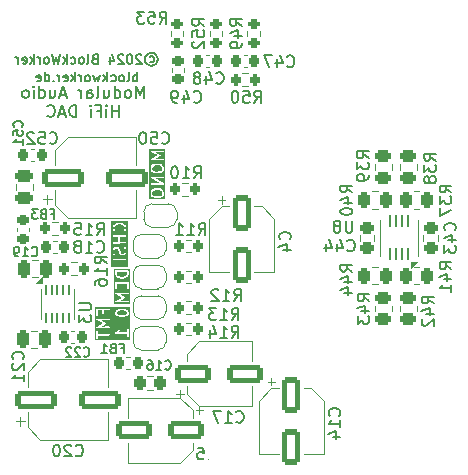
<source format=gbr>
%TF.GenerationSoftware,KiCad,Pcbnew,8.0.3*%
%TF.CreationDate,2024-07-17T18:17:16+02:00*%
%TF.ProjectId,HiFiDAC,48694669-4441-4432-9e6b-696361645f70,rev?*%
%TF.SameCoordinates,Original*%
%TF.FileFunction,Legend,Bot*%
%TF.FilePolarity,Positive*%
%FSLAX46Y46*%
G04 Gerber Fmt 4.6, Leading zero omitted, Abs format (unit mm)*
G04 Created by KiCad (PCBNEW 8.0.3) date 2024-07-17 18:17:16*
%MOMM*%
%LPD*%
G01*
G04 APERTURE LIST*
G04 Aperture macros list*
%AMRoundRect*
0 Rectangle with rounded corners*
0 $1 Rounding radius*
0 $2 $3 $4 $5 $6 $7 $8 $9 X,Y pos of 4 corners*
0 Add a 4 corners polygon primitive as box body*
4,1,4,$2,$3,$4,$5,$6,$7,$8,$9,$2,$3,0*
0 Add four circle primitives for the rounded corners*
1,1,$1+$1,$2,$3*
1,1,$1+$1,$4,$5*
1,1,$1+$1,$6,$7*
1,1,$1+$1,$8,$9*
0 Add four rect primitives between the rounded corners*
20,1,$1+$1,$2,$3,$4,$5,0*
20,1,$1+$1,$4,$5,$6,$7,0*
20,1,$1+$1,$6,$7,$8,$9,0*
20,1,$1+$1,$8,$9,$2,$3,0*%
%AMFreePoly0*
4,1,19,0.500000,-0.750000,0.000000,-0.750000,0.000000,-0.744911,-0.071157,-0.744911,-0.207708,-0.704816,-0.327430,-0.627875,-0.420627,-0.520320,-0.479746,-0.390866,-0.500000,-0.250000,-0.500000,0.250000,-0.479746,0.390866,-0.420627,0.520320,-0.327430,0.627875,-0.207708,0.704816,-0.071157,0.744911,0.000000,0.744911,0.000000,0.750000,0.500000,0.750000,0.500000,-0.750000,0.500000,-0.750000,
$1*%
%AMFreePoly1*
4,1,19,0.000000,0.744911,0.071157,0.744911,0.207708,0.704816,0.327430,0.627875,0.420627,0.520320,0.479746,0.390866,0.500000,0.250000,0.500000,-0.250000,0.479746,-0.390866,0.420627,-0.520320,0.327430,-0.627875,0.207708,-0.704816,0.071157,-0.744911,0.000000,-0.744911,0.000000,-0.750000,-0.500000,-0.750000,-0.500000,0.750000,0.000000,0.750000,0.000000,0.744911,0.000000,0.744911,
$1*%
G04 Aperture macros list end*
%ADD10C,0.150000*%
%ADD11C,0.120000*%
%ADD12C,0.100000*%
%ADD13C,0.000000*%
%ADD14RoundRect,0.200000X-0.275000X0.200000X-0.275000X-0.200000X0.275000X-0.200000X0.275000X0.200000X0*%
%ADD15RoundRect,0.200000X0.200000X0.275000X-0.200000X0.275000X-0.200000X-0.275000X0.200000X-0.275000X0*%
%ADD16RoundRect,0.218750X0.256250X-0.218750X0.256250X0.218750X-0.256250X0.218750X-0.256250X-0.218750X0*%
%ADD17RoundRect,0.218750X0.218750X0.256250X-0.218750X0.256250X-0.218750X-0.256250X0.218750X-0.256250X0*%
%ADD18RoundRect,0.225000X0.225000X0.250000X-0.225000X0.250000X-0.225000X-0.250000X0.225000X-0.250000X0*%
%ADD19RoundRect,0.250000X0.475000X-0.250000X0.475000X0.250000X-0.475000X0.250000X-0.475000X-0.250000X0*%
%ADD20RoundRect,0.250000X-1.500000X-0.550000X1.500000X-0.550000X1.500000X0.550000X-1.500000X0.550000X0*%
%ADD21RoundRect,0.225000X-0.250000X0.225000X-0.250000X-0.225000X0.250000X-0.225000X0.250000X0.225000X0*%
%ADD22RoundRect,0.062500X0.062500X-0.425000X0.062500X0.425000X-0.062500X0.425000X-0.062500X-0.425000X0*%
%ADD23R,2.000000X1.200000*%
%ADD24RoundRect,0.062500X-0.062500X0.350000X-0.062500X-0.350000X0.062500X-0.350000X0.062500X0.350000X0*%
%ADD25RoundRect,0.250000X0.262500X0.450000X-0.262500X0.450000X-0.262500X-0.450000X0.262500X-0.450000X0*%
%ADD26RoundRect,0.250000X-0.450000X0.262500X-0.450000X-0.262500X0.450000X-0.262500X0.450000X0.262500X0*%
%ADD27RoundRect,0.250000X0.450000X-0.262500X0.450000X0.262500X-0.450000X0.262500X-0.450000X-0.262500X0*%
%ADD28RoundRect,0.200000X-0.200000X-0.275000X0.200000X-0.275000X0.200000X0.275000X-0.200000X0.275000X0*%
%ADD29FreePoly0,0.000000*%
%ADD30FreePoly1,0.000000*%
%ADD31RoundRect,0.250000X0.350000X-0.250000X0.350000X0.250000X-0.350000X0.250000X-0.350000X-0.250000X0*%
%ADD32RoundRect,0.225000X-0.225000X-0.250000X0.225000X-0.250000X0.225000X0.250000X-0.225000X0.250000X0*%
%ADD33RoundRect,0.250000X0.250000X0.475000X-0.250000X0.475000X-0.250000X-0.475000X0.250000X-0.475000X0*%
%ADD34RoundRect,0.250000X-1.250000X-0.550000X1.250000X-0.550000X1.250000X0.550000X-1.250000X0.550000X0*%
%ADD35RoundRect,0.250000X0.250000X0.350000X-0.250000X0.350000X-0.250000X-0.350000X0.250000X-0.350000X0*%
%ADD36RoundRect,0.250000X1.250000X0.550000X-1.250000X0.550000X-1.250000X-0.550000X1.250000X-0.550000X0*%
%ADD37RoundRect,0.250000X-0.550000X1.250000X-0.550000X-1.250000X0.550000X-1.250000X0.550000X1.250000X0*%
G04 APERTURE END LIST*
D10*
X141519047Y-88149847D02*
X141519047Y-87149847D01*
X141519047Y-87149847D02*
X141185714Y-87864132D01*
X141185714Y-87864132D02*
X140852381Y-87149847D01*
X140852381Y-87149847D02*
X140852381Y-88149847D01*
X140233333Y-88149847D02*
X140328571Y-88102228D01*
X140328571Y-88102228D02*
X140376190Y-88054608D01*
X140376190Y-88054608D02*
X140423809Y-87959370D01*
X140423809Y-87959370D02*
X140423809Y-87673656D01*
X140423809Y-87673656D02*
X140376190Y-87578418D01*
X140376190Y-87578418D02*
X140328571Y-87530799D01*
X140328571Y-87530799D02*
X140233333Y-87483180D01*
X140233333Y-87483180D02*
X140090476Y-87483180D01*
X140090476Y-87483180D02*
X139995238Y-87530799D01*
X139995238Y-87530799D02*
X139947619Y-87578418D01*
X139947619Y-87578418D02*
X139900000Y-87673656D01*
X139900000Y-87673656D02*
X139900000Y-87959370D01*
X139900000Y-87959370D02*
X139947619Y-88054608D01*
X139947619Y-88054608D02*
X139995238Y-88102228D01*
X139995238Y-88102228D02*
X140090476Y-88149847D01*
X140090476Y-88149847D02*
X140233333Y-88149847D01*
X139042857Y-88149847D02*
X139042857Y-87149847D01*
X139042857Y-88102228D02*
X139138095Y-88149847D01*
X139138095Y-88149847D02*
X139328571Y-88149847D01*
X139328571Y-88149847D02*
X139423809Y-88102228D01*
X139423809Y-88102228D02*
X139471428Y-88054608D01*
X139471428Y-88054608D02*
X139519047Y-87959370D01*
X139519047Y-87959370D02*
X139519047Y-87673656D01*
X139519047Y-87673656D02*
X139471428Y-87578418D01*
X139471428Y-87578418D02*
X139423809Y-87530799D01*
X139423809Y-87530799D02*
X139328571Y-87483180D01*
X139328571Y-87483180D02*
X139138095Y-87483180D01*
X139138095Y-87483180D02*
X139042857Y-87530799D01*
X138138095Y-87483180D02*
X138138095Y-88149847D01*
X138566666Y-87483180D02*
X138566666Y-88006989D01*
X138566666Y-88006989D02*
X138519047Y-88102228D01*
X138519047Y-88102228D02*
X138423809Y-88149847D01*
X138423809Y-88149847D02*
X138280952Y-88149847D01*
X138280952Y-88149847D02*
X138185714Y-88102228D01*
X138185714Y-88102228D02*
X138138095Y-88054608D01*
X137519047Y-88149847D02*
X137614285Y-88102228D01*
X137614285Y-88102228D02*
X137661904Y-88006989D01*
X137661904Y-88006989D02*
X137661904Y-87149847D01*
X136709523Y-88149847D02*
X136709523Y-87626037D01*
X136709523Y-87626037D02*
X136757142Y-87530799D01*
X136757142Y-87530799D02*
X136852380Y-87483180D01*
X136852380Y-87483180D02*
X137042856Y-87483180D01*
X137042856Y-87483180D02*
X137138094Y-87530799D01*
X136709523Y-88102228D02*
X136804761Y-88149847D01*
X136804761Y-88149847D02*
X137042856Y-88149847D01*
X137042856Y-88149847D02*
X137138094Y-88102228D01*
X137138094Y-88102228D02*
X137185713Y-88006989D01*
X137185713Y-88006989D02*
X137185713Y-87911751D01*
X137185713Y-87911751D02*
X137138094Y-87816513D01*
X137138094Y-87816513D02*
X137042856Y-87768894D01*
X137042856Y-87768894D02*
X136804761Y-87768894D01*
X136804761Y-87768894D02*
X136709523Y-87721275D01*
X136233332Y-88149847D02*
X136233332Y-87483180D01*
X136233332Y-87673656D02*
X136185713Y-87578418D01*
X136185713Y-87578418D02*
X136138094Y-87530799D01*
X136138094Y-87530799D02*
X136042856Y-87483180D01*
X136042856Y-87483180D02*
X135947618Y-87483180D01*
X134899998Y-87864132D02*
X134423808Y-87864132D01*
X134995236Y-88149847D02*
X134661903Y-87149847D01*
X134661903Y-87149847D02*
X134328570Y-88149847D01*
X133566665Y-87483180D02*
X133566665Y-88149847D01*
X133995236Y-87483180D02*
X133995236Y-88006989D01*
X133995236Y-88006989D02*
X133947617Y-88102228D01*
X133947617Y-88102228D02*
X133852379Y-88149847D01*
X133852379Y-88149847D02*
X133709522Y-88149847D01*
X133709522Y-88149847D02*
X133614284Y-88102228D01*
X133614284Y-88102228D02*
X133566665Y-88054608D01*
X132661903Y-88149847D02*
X132661903Y-87149847D01*
X132661903Y-88102228D02*
X132757141Y-88149847D01*
X132757141Y-88149847D02*
X132947617Y-88149847D01*
X132947617Y-88149847D02*
X133042855Y-88102228D01*
X133042855Y-88102228D02*
X133090474Y-88054608D01*
X133090474Y-88054608D02*
X133138093Y-87959370D01*
X133138093Y-87959370D02*
X133138093Y-87673656D01*
X133138093Y-87673656D02*
X133090474Y-87578418D01*
X133090474Y-87578418D02*
X133042855Y-87530799D01*
X133042855Y-87530799D02*
X132947617Y-87483180D01*
X132947617Y-87483180D02*
X132757141Y-87483180D01*
X132757141Y-87483180D02*
X132661903Y-87530799D01*
X132185712Y-88149847D02*
X132185712Y-87483180D01*
X132185712Y-87149847D02*
X132233331Y-87197466D01*
X132233331Y-87197466D02*
X132185712Y-87245085D01*
X132185712Y-87245085D02*
X132138093Y-87197466D01*
X132138093Y-87197466D02*
X132185712Y-87149847D01*
X132185712Y-87149847D02*
X132185712Y-87245085D01*
X131566665Y-88149847D02*
X131661903Y-88102228D01*
X131661903Y-88102228D02*
X131709522Y-88054608D01*
X131709522Y-88054608D02*
X131757141Y-87959370D01*
X131757141Y-87959370D02*
X131757141Y-87673656D01*
X131757141Y-87673656D02*
X131709522Y-87578418D01*
X131709522Y-87578418D02*
X131661903Y-87530799D01*
X131661903Y-87530799D02*
X131566665Y-87483180D01*
X131566665Y-87483180D02*
X131423808Y-87483180D01*
X131423808Y-87483180D02*
X131328570Y-87530799D01*
X131328570Y-87530799D02*
X131280951Y-87578418D01*
X131280951Y-87578418D02*
X131233332Y-87673656D01*
X131233332Y-87673656D02*
X131233332Y-87959370D01*
X131233332Y-87959370D02*
X131280951Y-88054608D01*
X131280951Y-88054608D02*
X131328570Y-88102228D01*
X131328570Y-88102228D02*
X131423808Y-88149847D01*
X131423808Y-88149847D02*
X131566665Y-88149847D01*
X139399999Y-89759791D02*
X139399999Y-88759791D01*
X139399999Y-89235981D02*
X138828571Y-89235981D01*
X138828571Y-89759791D02*
X138828571Y-88759791D01*
X138352380Y-89759791D02*
X138352380Y-89093124D01*
X138352380Y-88759791D02*
X138399999Y-88807410D01*
X138399999Y-88807410D02*
X138352380Y-88855029D01*
X138352380Y-88855029D02*
X138304761Y-88807410D01*
X138304761Y-88807410D02*
X138352380Y-88759791D01*
X138352380Y-88759791D02*
X138352380Y-88855029D01*
X137542857Y-89235981D02*
X137876190Y-89235981D01*
X137876190Y-89759791D02*
X137876190Y-88759791D01*
X137876190Y-88759791D02*
X137400000Y-88759791D01*
X137019047Y-89759791D02*
X137019047Y-89093124D01*
X137019047Y-88759791D02*
X137066666Y-88807410D01*
X137066666Y-88807410D02*
X137019047Y-88855029D01*
X137019047Y-88855029D02*
X136971428Y-88807410D01*
X136971428Y-88807410D02*
X137019047Y-88759791D01*
X137019047Y-88759791D02*
X137019047Y-88855029D01*
X135780952Y-89759791D02*
X135780952Y-88759791D01*
X135780952Y-88759791D02*
X135542857Y-88759791D01*
X135542857Y-88759791D02*
X135400000Y-88807410D01*
X135400000Y-88807410D02*
X135304762Y-88902648D01*
X135304762Y-88902648D02*
X135257143Y-88997886D01*
X135257143Y-88997886D02*
X135209524Y-89188362D01*
X135209524Y-89188362D02*
X135209524Y-89331219D01*
X135209524Y-89331219D02*
X135257143Y-89521695D01*
X135257143Y-89521695D02*
X135304762Y-89616933D01*
X135304762Y-89616933D02*
X135400000Y-89712172D01*
X135400000Y-89712172D02*
X135542857Y-89759791D01*
X135542857Y-89759791D02*
X135780952Y-89759791D01*
X134828571Y-89474076D02*
X134352381Y-89474076D01*
X134923809Y-89759791D02*
X134590476Y-88759791D01*
X134590476Y-88759791D02*
X134257143Y-89759791D01*
X133352381Y-89664552D02*
X133400000Y-89712172D01*
X133400000Y-89712172D02*
X133542857Y-89759791D01*
X133542857Y-89759791D02*
X133638095Y-89759791D01*
X133638095Y-89759791D02*
X133780952Y-89712172D01*
X133780952Y-89712172D02*
X133876190Y-89616933D01*
X133876190Y-89616933D02*
X133923809Y-89521695D01*
X133923809Y-89521695D02*
X133971428Y-89331219D01*
X133971428Y-89331219D02*
X133971428Y-89188362D01*
X133971428Y-89188362D02*
X133923809Y-88997886D01*
X133923809Y-88997886D02*
X133876190Y-88902648D01*
X133876190Y-88902648D02*
X133780952Y-88807410D01*
X133780952Y-88807410D02*
X133638095Y-88759791D01*
X133638095Y-88759791D02*
X133542857Y-88759791D01*
X133542857Y-88759791D02*
X133400000Y-88807410D01*
X133400000Y-88807410D02*
X133352381Y-88855029D01*
G36*
X142972325Y-95999507D02*
G01*
X143044166Y-96069974D01*
X143079928Y-96139420D01*
X143081018Y-96294589D01*
X143047867Y-96362911D01*
X142975485Y-96436704D01*
X142817313Y-96477397D01*
X142502559Y-96478700D01*
X142337311Y-96438586D01*
X142265471Y-96368119D01*
X142229709Y-96298673D01*
X142228619Y-96143504D01*
X142261770Y-96075181D01*
X142334152Y-96001389D01*
X142492323Y-95960696D01*
X142807077Y-95959393D01*
X142972325Y-95999507D01*
G37*
G36*
X142972325Y-93904269D02*
G01*
X143044166Y-93974736D01*
X143079928Y-94044182D01*
X143081018Y-94199351D01*
X143047867Y-94267673D01*
X142975485Y-94341466D01*
X142817313Y-94382159D01*
X142502559Y-94383462D01*
X142337311Y-94343348D01*
X142265471Y-94272881D01*
X142229709Y-94203435D01*
X142228619Y-94048266D01*
X142261770Y-93979943D01*
X142334152Y-93906151D01*
X142492323Y-93865458D01*
X142807077Y-93864155D01*
X142972325Y-93904269D01*
G37*
G36*
X143340930Y-96738491D02*
G01*
X141968708Y-96738491D01*
X141968708Y-96123809D01*
X142079819Y-96123809D01*
X142081077Y-96302896D01*
X142080408Y-96304904D01*
X142081166Y-96315576D01*
X142081260Y-96328917D01*
X142082291Y-96331406D01*
X142082482Y-96334094D01*
X142087737Y-96347826D01*
X142136429Y-96442382D01*
X142140078Y-96451191D01*
X142142460Y-96454093D01*
X142143188Y-96455507D01*
X142144686Y-96456806D01*
X142149405Y-96462556D01*
X142239728Y-96551153D01*
X142242128Y-96555153D01*
X142248988Y-96560236D01*
X142256008Y-96567122D01*
X142261161Y-96569256D01*
X142265640Y-96572575D01*
X142279486Y-96577522D01*
X142465851Y-96622762D01*
X142473520Y-96625939D01*
X142482634Y-96626836D01*
X142484506Y-96627291D01*
X142485598Y-96627128D01*
X142488152Y-96627380D01*
X142816588Y-96626019D01*
X142825131Y-96627291D01*
X142834223Y-96625946D01*
X142836117Y-96625939D01*
X142837138Y-96625516D01*
X142839675Y-96625141D01*
X143021666Y-96578320D01*
X143026592Y-96578320D01*
X143034667Y-96574975D01*
X143043997Y-96572575D01*
X143048476Y-96569255D01*
X143053628Y-96567122D01*
X143064994Y-96557794D01*
X143158932Y-96462026D01*
X143166450Y-96455507D01*
X143168460Y-96452313D01*
X143169561Y-96451191D01*
X143170319Y-96449358D01*
X143174282Y-96443064D01*
X143215957Y-96357174D01*
X143217179Y-96355953D01*
X143220848Y-96347093D01*
X143227156Y-96334095D01*
X143227347Y-96331405D01*
X143228378Y-96328917D01*
X143229819Y-96314285D01*
X143228560Y-96135196D01*
X143229230Y-96133189D01*
X143228471Y-96122516D01*
X143228378Y-96109177D01*
X143227347Y-96106688D01*
X143227156Y-96103999D01*
X143221901Y-96090268D01*
X143173212Y-95995719D01*
X143169561Y-95986903D01*
X143167176Y-95983997D01*
X143166450Y-95982587D01*
X143164953Y-95981288D01*
X143160233Y-95975538D01*
X143069909Y-95886942D01*
X143067509Y-95882941D01*
X143060645Y-95877855D01*
X143053628Y-95870972D01*
X143048476Y-95868838D01*
X143043997Y-95865519D01*
X143030151Y-95860572D01*
X142843785Y-95815331D01*
X142836117Y-95812155D01*
X142827002Y-95811257D01*
X142825131Y-95810803D01*
X142824038Y-95810965D01*
X142821485Y-95810714D01*
X142493048Y-95812074D01*
X142484506Y-95810803D01*
X142475413Y-95812147D01*
X142473520Y-95812155D01*
X142472498Y-95812577D01*
X142469962Y-95812953D01*
X142287971Y-95859774D01*
X142283045Y-95859774D01*
X142274968Y-95863119D01*
X142265640Y-95865519D01*
X142261161Y-95868837D01*
X142256008Y-95870972D01*
X142244643Y-95880300D01*
X142150711Y-95976062D01*
X142143188Y-95982587D01*
X142141175Y-95985783D01*
X142140078Y-95986903D01*
X142139320Y-95988730D01*
X142135356Y-95995030D01*
X142093681Y-96080918D01*
X142092459Y-96082141D01*
X142088786Y-96091006D01*
X142082482Y-96104000D01*
X142082291Y-96106687D01*
X142081260Y-96109177D01*
X142079819Y-96123809D01*
X141968708Y-96123809D01*
X141968708Y-94890953D01*
X142080002Y-94890953D01*
X142081260Y-94895565D01*
X142081260Y-94900346D01*
X142085077Y-94909561D01*
X142087702Y-94919185D01*
X142090629Y-94922965D01*
X142092459Y-94927382D01*
X142099509Y-94934432D01*
X142105619Y-94942322D01*
X142111751Y-94946674D01*
X142113151Y-94948074D01*
X142114525Y-94948643D01*
X142117609Y-94950832D01*
X142875267Y-95382539D01*
X142140187Y-95383583D01*
X142113151Y-95394782D01*
X142092459Y-95415474D01*
X142081260Y-95442510D01*
X142081260Y-95471774D01*
X142092459Y-95498810D01*
X142113151Y-95519502D01*
X142140187Y-95530701D01*
X142154819Y-95532142D01*
X143150374Y-95530728D01*
X143160058Y-95531959D01*
X143164645Y-95530707D01*
X143169451Y-95530701D01*
X143178666Y-95526883D01*
X143188290Y-95524259D01*
X143192070Y-95521331D01*
X143196487Y-95519502D01*
X143203537Y-95512451D01*
X143211427Y-95506342D01*
X143213800Y-95502188D01*
X143217179Y-95498810D01*
X143220995Y-95489597D01*
X143225946Y-95480933D01*
X143226548Y-95476189D01*
X143228378Y-95471774D01*
X143228378Y-95461799D01*
X143229636Y-95451903D01*
X143228378Y-95447290D01*
X143228378Y-95442510D01*
X143224560Y-95433293D01*
X143221936Y-95423672D01*
X143219009Y-95419892D01*
X143217179Y-95415474D01*
X143210127Y-95408422D01*
X143204019Y-95400534D01*
X143197884Y-95396179D01*
X143196487Y-95394782D01*
X143195114Y-95394213D01*
X143192030Y-95392024D01*
X142434370Y-94960316D01*
X143169451Y-94959273D01*
X143196487Y-94948074D01*
X143217179Y-94927382D01*
X143228378Y-94900346D01*
X143228378Y-94871082D01*
X143217179Y-94844046D01*
X143196487Y-94823354D01*
X143169451Y-94812155D01*
X143154819Y-94810714D01*
X142159263Y-94812127D01*
X142149580Y-94810897D01*
X142144992Y-94812148D01*
X142140187Y-94812155D01*
X142130971Y-94815972D01*
X142121348Y-94818597D01*
X142117567Y-94821524D01*
X142113151Y-94823354D01*
X142106100Y-94830404D01*
X142098211Y-94836514D01*
X142095837Y-94840667D01*
X142092459Y-94844046D01*
X142088642Y-94853258D01*
X142083692Y-94861923D01*
X142083089Y-94866666D01*
X142081260Y-94871082D01*
X142081260Y-94881056D01*
X142080002Y-94890953D01*
X141968708Y-94890953D01*
X141968708Y-94028571D01*
X142079819Y-94028571D01*
X142081077Y-94207658D01*
X142080408Y-94209666D01*
X142081166Y-94220338D01*
X142081260Y-94233679D01*
X142082291Y-94236168D01*
X142082482Y-94238856D01*
X142087737Y-94252588D01*
X142136429Y-94347144D01*
X142140078Y-94355953D01*
X142142460Y-94358855D01*
X142143188Y-94360269D01*
X142144686Y-94361568D01*
X142149405Y-94367318D01*
X142239728Y-94455915D01*
X142242128Y-94459915D01*
X142248988Y-94464998D01*
X142256008Y-94471884D01*
X142261161Y-94474018D01*
X142265640Y-94477337D01*
X142279486Y-94482284D01*
X142465851Y-94527524D01*
X142473520Y-94530701D01*
X142482634Y-94531598D01*
X142484506Y-94532053D01*
X142485598Y-94531890D01*
X142488152Y-94532142D01*
X142816588Y-94530781D01*
X142825131Y-94532053D01*
X142834223Y-94530708D01*
X142836117Y-94530701D01*
X142837138Y-94530278D01*
X142839675Y-94529903D01*
X143021666Y-94483082D01*
X143026592Y-94483082D01*
X143034667Y-94479737D01*
X143043997Y-94477337D01*
X143048476Y-94474017D01*
X143053628Y-94471884D01*
X143064994Y-94462556D01*
X143158932Y-94366788D01*
X143166450Y-94360269D01*
X143168460Y-94357075D01*
X143169561Y-94355953D01*
X143170319Y-94354120D01*
X143174282Y-94347826D01*
X143215957Y-94261936D01*
X143217179Y-94260715D01*
X143220848Y-94251855D01*
X143227156Y-94238857D01*
X143227347Y-94236167D01*
X143228378Y-94233679D01*
X143229819Y-94219047D01*
X143228560Y-94039958D01*
X143229230Y-94037951D01*
X143228471Y-94027278D01*
X143228378Y-94013939D01*
X143227347Y-94011450D01*
X143227156Y-94008761D01*
X143221901Y-93995030D01*
X143173212Y-93900481D01*
X143169561Y-93891665D01*
X143167176Y-93888759D01*
X143166450Y-93887349D01*
X143164953Y-93886050D01*
X143160233Y-93880300D01*
X143069909Y-93791704D01*
X143067509Y-93787703D01*
X143060645Y-93782617D01*
X143053628Y-93775734D01*
X143048476Y-93773600D01*
X143043997Y-93770281D01*
X143030151Y-93765334D01*
X142843785Y-93720093D01*
X142836117Y-93716917D01*
X142827002Y-93716019D01*
X142825131Y-93715565D01*
X142824038Y-93715727D01*
X142821485Y-93715476D01*
X142493048Y-93716836D01*
X142484506Y-93715565D01*
X142475413Y-93716909D01*
X142473520Y-93716917D01*
X142472498Y-93717339D01*
X142469962Y-93717715D01*
X142287971Y-93764536D01*
X142283045Y-93764536D01*
X142274968Y-93767881D01*
X142265640Y-93770281D01*
X142261161Y-93773599D01*
X142256008Y-93775734D01*
X142244643Y-93785062D01*
X142150711Y-93880824D01*
X142143188Y-93887349D01*
X142141175Y-93890545D01*
X142140078Y-93891665D01*
X142139320Y-93893492D01*
X142135356Y-93899792D01*
X142093681Y-93985680D01*
X142092459Y-93986903D01*
X142088786Y-93995768D01*
X142082482Y-94008762D01*
X142082291Y-94011449D01*
X142081260Y-94013939D01*
X142079819Y-94028571D01*
X141968708Y-94028571D01*
X141968708Y-92706626D01*
X142080689Y-92706626D01*
X142081260Y-92708196D01*
X142081260Y-92709870D01*
X142086241Y-92721896D01*
X142090689Y-92734127D01*
X142091818Y-92735360D01*
X142092459Y-92736906D01*
X142101664Y-92746111D01*
X142110453Y-92755708D01*
X142112435Y-92756882D01*
X142113151Y-92757598D01*
X142114787Y-92758276D01*
X142123103Y-92763202D01*
X142693422Y-93028105D01*
X142124592Y-93294804D01*
X142113151Y-93299544D01*
X142111974Y-93300720D01*
X142110453Y-93301434D01*
X142101664Y-93311030D01*
X142092459Y-93320236D01*
X142091818Y-93321781D01*
X142090689Y-93323015D01*
X142086241Y-93335245D01*
X142081260Y-93347272D01*
X142081260Y-93348945D01*
X142080689Y-93350516D01*
X142081260Y-93363517D01*
X142081260Y-93376536D01*
X142081899Y-93378080D01*
X142081973Y-93379752D01*
X142087479Y-93391550D01*
X142092459Y-93403572D01*
X142093641Y-93404754D01*
X142094349Y-93406270D01*
X142103945Y-93415058D01*
X142113151Y-93424264D01*
X142114696Y-93424904D01*
X142115930Y-93426034D01*
X142128160Y-93430481D01*
X142140187Y-93435463D01*
X142142482Y-93435689D01*
X142143431Y-93436034D01*
X142145197Y-93435956D01*
X142154819Y-93436904D01*
X143169451Y-93435463D01*
X143196487Y-93424264D01*
X143217179Y-93403572D01*
X143228378Y-93376536D01*
X143228378Y-93347272D01*
X143217179Y-93320236D01*
X143196487Y-93299544D01*
X143169451Y-93288345D01*
X143154819Y-93286904D01*
X142489441Y-93287848D01*
X142897619Y-93096473D01*
X142907993Y-93092701D01*
X142910435Y-93090464D01*
X142913471Y-93089041D01*
X142921168Y-93080635D01*
X142929575Y-93072937D01*
X142930984Y-93069916D01*
X142933234Y-93067460D01*
X142937128Y-93056750D01*
X142941950Y-93046419D01*
X142942096Y-93043090D01*
X142943235Y-93039959D01*
X142942734Y-93028571D01*
X142943235Y-93017183D01*
X142942096Y-93014051D01*
X142941950Y-93010723D01*
X142937128Y-93000391D01*
X142933234Y-92989682D01*
X142930984Y-92987225D01*
X142929575Y-92984205D01*
X142921168Y-92976506D01*
X142913471Y-92968101D01*
X142909275Y-92965615D01*
X142907993Y-92964441D01*
X142906180Y-92963781D01*
X142900821Y-92960607D01*
X142489944Y-92769762D01*
X143169451Y-92768797D01*
X143196487Y-92757598D01*
X143217179Y-92736906D01*
X143228378Y-92709870D01*
X143228378Y-92680606D01*
X143217179Y-92653570D01*
X143196487Y-92632878D01*
X143169451Y-92621679D01*
X143154819Y-92620238D01*
X142155923Y-92621656D01*
X142143431Y-92621108D01*
X142141867Y-92621676D01*
X142140187Y-92621679D01*
X142128160Y-92626660D01*
X142115930Y-92631108D01*
X142114696Y-92632237D01*
X142113151Y-92632878D01*
X142103945Y-92642083D01*
X142094349Y-92650872D01*
X142093641Y-92652387D01*
X142092459Y-92653570D01*
X142087479Y-92665591D01*
X142081973Y-92677390D01*
X142081899Y-92679061D01*
X142081260Y-92680606D01*
X142081260Y-92693624D01*
X142080689Y-92706626D01*
X141968708Y-92706626D01*
X141968708Y-92509127D01*
X143340930Y-92509127D01*
X143340930Y-96738491D01*
G37*
G36*
X140140930Y-102494193D02*
G01*
X138768708Y-102494193D01*
X138768708Y-101818701D01*
X138881260Y-101818701D01*
X138881260Y-101847965D01*
X138892459Y-101875001D01*
X138913151Y-101895693D01*
X138940187Y-101906892D01*
X138954819Y-101908333D01*
X139880035Y-101907018D01*
X139881260Y-102324155D01*
X139892459Y-102351191D01*
X139913151Y-102371883D01*
X139940187Y-102383082D01*
X139969451Y-102383082D01*
X139996487Y-102371883D01*
X140017179Y-102351191D01*
X140028378Y-102324155D01*
X140029819Y-102309523D01*
X140028378Y-101818701D01*
X140017179Y-101791665D01*
X139996487Y-101770973D01*
X139969451Y-101759774D01*
X139954819Y-101758333D01*
X138940187Y-101759774D01*
X138913151Y-101770973D01*
X138892459Y-101791665D01*
X138881260Y-101818701D01*
X138768708Y-101818701D01*
X138768708Y-101023809D01*
X138879819Y-101023809D01*
X138881169Y-101260578D01*
X138880408Y-101271284D01*
X138881251Y-101274992D01*
X138881260Y-101276536D01*
X138882018Y-101278367D01*
X138883668Y-101285621D01*
X138937281Y-101441903D01*
X138956455Y-101464010D01*
X138982628Y-101477097D01*
X139011818Y-101479172D01*
X139039580Y-101469918D01*
X139061688Y-101450744D01*
X139074774Y-101424570D01*
X139076849Y-101395380D01*
X139073589Y-101381043D01*
X139029770Y-101253310D01*
X139028574Y-101043596D01*
X139061871Y-100974974D01*
X139092115Y-100943647D01*
X139161096Y-100908125D01*
X139221257Y-100907336D01*
X139289367Y-100940385D01*
X139320694Y-100970629D01*
X139359048Y-101045110D01*
X139405765Y-101226697D01*
X139406291Y-101234094D01*
X139410493Y-101245076D01*
X139410814Y-101246321D01*
X139411136Y-101246756D01*
X139411546Y-101247826D01*
X139460238Y-101342382D01*
X139463887Y-101351191D01*
X139466269Y-101354093D01*
X139466997Y-101355507D01*
X139468495Y-101356806D01*
X139473214Y-101362556D01*
X139522249Y-101409897D01*
X139527882Y-101416392D01*
X139531027Y-101418371D01*
X139532198Y-101419502D01*
X139534025Y-101420259D01*
X139540325Y-101424224D01*
X139626214Y-101465899D01*
X139627436Y-101467121D01*
X139636295Y-101470790D01*
X139649294Y-101477098D01*
X139651983Y-101477289D01*
X139654472Y-101478320D01*
X139669104Y-101479761D01*
X139753410Y-101478655D01*
X139754961Y-101479172D01*
X139764230Y-101478513D01*
X139778974Y-101478320D01*
X139781463Y-101477288D01*
X139784151Y-101477098D01*
X139797883Y-101471843D01*
X139892435Y-101423152D01*
X139901247Y-101419503D01*
X139904151Y-101417119D01*
X139905564Y-101416392D01*
X139906863Y-101414893D01*
X139912612Y-101410176D01*
X139959953Y-101361140D01*
X139966450Y-101355507D01*
X139968429Y-101352361D01*
X139969560Y-101351191D01*
X139970317Y-101349363D01*
X139974282Y-101343064D01*
X140015957Y-101257174D01*
X140017179Y-101255953D01*
X140020848Y-101247093D01*
X140027156Y-101234095D01*
X140027347Y-101231405D01*
X140028378Y-101228917D01*
X140029819Y-101214285D01*
X140028468Y-100977514D01*
X140029230Y-100966809D01*
X140028386Y-100963100D01*
X140028378Y-100961558D01*
X140027619Y-100959727D01*
X140025970Y-100952472D01*
X139972357Y-100796190D01*
X139953183Y-100774083D01*
X139927010Y-100760997D01*
X139897820Y-100758922D01*
X139870057Y-100768176D01*
X139847950Y-100787350D01*
X139834864Y-100813523D01*
X139832789Y-100842713D01*
X139836049Y-100857050D01*
X139879867Y-100984782D01*
X139881063Y-101194497D01*
X139847767Y-101263118D01*
X139817521Y-101294445D01*
X139748540Y-101329968D01*
X139688379Y-101330757D01*
X139620270Y-101297709D01*
X139588942Y-101267464D01*
X139550588Y-101192983D01*
X139503871Y-101011396D01*
X139503346Y-101003999D01*
X139499142Y-100993016D01*
X139498823Y-100991773D01*
X139498500Y-100991337D01*
X139498091Y-100990268D01*
X139449399Y-100895713D01*
X139445750Y-100886903D01*
X139443367Y-100884000D01*
X139442640Y-100882587D01*
X139441141Y-100881287D01*
X139436423Y-100875538D01*
X139387387Y-100828196D01*
X139381755Y-100821702D01*
X139378609Y-100819722D01*
X139377439Y-100818592D01*
X139375611Y-100817834D01*
X139369312Y-100813870D01*
X139283423Y-100772195D01*
X139282201Y-100770973D01*
X139273335Y-100767300D01*
X139260342Y-100760996D01*
X139257654Y-100760805D01*
X139255165Y-100759774D01*
X139240533Y-100758333D01*
X139156225Y-100759438D01*
X139154675Y-100758922D01*
X139145404Y-100759580D01*
X139130663Y-100759774D01*
X139128174Y-100760804D01*
X139125485Y-100760996D01*
X139111754Y-100766251D01*
X139017199Y-100814942D01*
X139008389Y-100818592D01*
X139005486Y-100820974D01*
X139004073Y-100821702D01*
X139002773Y-100823200D01*
X138997024Y-100827919D01*
X138949682Y-100876954D01*
X138943188Y-100882587D01*
X138941208Y-100885732D01*
X138940078Y-100886903D01*
X138939320Y-100888730D01*
X138935356Y-100895030D01*
X138893681Y-100980918D01*
X138892459Y-100982141D01*
X138888786Y-100991006D01*
X138882482Y-101004000D01*
X138882291Y-101006687D01*
X138881260Y-101009177D01*
X138879819Y-101023809D01*
X138768708Y-101023809D01*
X138768708Y-99818701D01*
X138881260Y-99818701D01*
X138881260Y-99847965D01*
X138892459Y-99875001D01*
X138913151Y-99895693D01*
X138940187Y-99906892D01*
X138954819Y-99908333D01*
X139356192Y-99907762D01*
X139357231Y-100330609D01*
X138940187Y-100331202D01*
X138913151Y-100342401D01*
X138892459Y-100363093D01*
X138881260Y-100390129D01*
X138881260Y-100419393D01*
X138892459Y-100446429D01*
X138913151Y-100467121D01*
X138940187Y-100478320D01*
X138954819Y-100479761D01*
X139969451Y-100478320D01*
X139996487Y-100467121D01*
X140017179Y-100446429D01*
X140028378Y-100419393D01*
X140028378Y-100390129D01*
X140017179Y-100363093D01*
X139996487Y-100342401D01*
X139969451Y-100331202D01*
X139954819Y-100329761D01*
X139505826Y-100330398D01*
X139504786Y-99907551D01*
X139969451Y-99906892D01*
X139996487Y-99895693D01*
X140017179Y-99875001D01*
X140028378Y-99847965D01*
X140028378Y-99818701D01*
X140017179Y-99791665D01*
X139996487Y-99770973D01*
X139969451Y-99759774D01*
X139954819Y-99758333D01*
X138940187Y-99759774D01*
X138913151Y-99770973D01*
X138892459Y-99791665D01*
X138881260Y-99818701D01*
X138768708Y-99818701D01*
X138768708Y-99119047D01*
X138879819Y-99119047D01*
X138881069Y-99214364D01*
X138880408Y-99223665D01*
X138881239Y-99227319D01*
X138881260Y-99228917D01*
X138882018Y-99230748D01*
X138883668Y-99238002D01*
X138928879Y-99369792D01*
X138928879Y-99371773D01*
X138932834Y-99381322D01*
X138937281Y-99394284D01*
X138939046Y-99396319D01*
X138940078Y-99398810D01*
X138949405Y-99410175D01*
X139008389Y-99467121D01*
X139035425Y-99478320D01*
X139064688Y-99478320D01*
X139091724Y-99467121D01*
X139112417Y-99446428D01*
X139123616Y-99419392D01*
X139123616Y-99390129D01*
X139112417Y-99363093D01*
X139103090Y-99351728D01*
X139068368Y-99318206D01*
X139029703Y-99205498D01*
X139028767Y-99134120D01*
X139066290Y-99018193D01*
X139139080Y-98943984D01*
X139214215Y-98905293D01*
X139387645Y-98860675D01*
X139512417Y-98859533D01*
X139685540Y-98901559D01*
X139765350Y-98940285D01*
X139841076Y-99014562D01*
X139879934Y-99127832D01*
X139880870Y-99199211D01*
X139843262Y-99315403D01*
X139797220Y-99363093D01*
X139786021Y-99390129D01*
X139786021Y-99419392D01*
X139797219Y-99446428D01*
X139817912Y-99467121D01*
X139844948Y-99478320D01*
X139874211Y-99478320D01*
X139901247Y-99467122D01*
X139912612Y-99457795D01*
X139952027Y-99416969D01*
X139953183Y-99416392D01*
X139958466Y-99410300D01*
X139969560Y-99398810D01*
X139970590Y-99396321D01*
X139972357Y-99394285D01*
X139978351Y-99380859D01*
X140024500Y-99238277D01*
X140028378Y-99228917D01*
X140028748Y-99225153D01*
X140029230Y-99223666D01*
X140029089Y-99221691D01*
X140029819Y-99214285D01*
X140028568Y-99118966D01*
X140029230Y-99109666D01*
X140028398Y-99106011D01*
X140028378Y-99104415D01*
X140027619Y-99102584D01*
X140025970Y-99095329D01*
X139980759Y-98963538D01*
X139980759Y-98961558D01*
X139976802Y-98952005D01*
X139972357Y-98939047D01*
X139970592Y-98937012D01*
X139969561Y-98934522D01*
X139960233Y-98923157D01*
X139864468Y-98829224D01*
X139857945Y-98821702D01*
X139854748Y-98819689D01*
X139853628Y-98818591D01*
X139851798Y-98817833D01*
X139845502Y-98813870D01*
X139754270Y-98769603D01*
X139748759Y-98765519D01*
X139737739Y-98761581D01*
X139736532Y-98760996D01*
X139735992Y-98760957D01*
X139734913Y-98760572D01*
X139548547Y-98715331D01*
X139540879Y-98712155D01*
X139531764Y-98711257D01*
X139529893Y-98710803D01*
X139528800Y-98710965D01*
X139526247Y-98710714D01*
X139387667Y-98711981D01*
X139379744Y-98710803D01*
X139370719Y-98712137D01*
X139368758Y-98712155D01*
X139367736Y-98712577D01*
X139365200Y-98712953D01*
X139180501Y-98760470D01*
X139173104Y-98760996D01*
X139162121Y-98765199D01*
X139160878Y-98765519D01*
X139160442Y-98765841D01*
X139159373Y-98766251D01*
X139064823Y-98814939D01*
X139056008Y-98818591D01*
X139053102Y-98820975D01*
X139051692Y-98821702D01*
X139050393Y-98823198D01*
X139044643Y-98827919D01*
X138958158Y-98916089D01*
X138956455Y-98916941D01*
X138949826Y-98924583D01*
X138940078Y-98934522D01*
X138939046Y-98937012D01*
X138937281Y-98939048D01*
X138931287Y-98952473D01*
X138885138Y-99095051D01*
X138881260Y-99104415D01*
X138880889Y-99108180D01*
X138880408Y-99109667D01*
X138880548Y-99111641D01*
X138879819Y-99119047D01*
X138768708Y-99119047D01*
X138768708Y-98599603D01*
X140140930Y-98599603D01*
X140140930Y-102494193D01*
G37*
G36*
X140081086Y-103036638D02*
G01*
X140043348Y-103153234D01*
X139970558Y-103227442D01*
X139895421Y-103266134D01*
X139721991Y-103310752D01*
X139597219Y-103311894D01*
X139424096Y-103269868D01*
X139344286Y-103231143D01*
X139268562Y-103156866D01*
X139229770Y-103043787D01*
X139228888Y-102889180D01*
X140080239Y-102887971D01*
X140081086Y-103036638D01*
G37*
G36*
X140340930Y-105571825D02*
G01*
X138968708Y-105571825D01*
X138968708Y-104730436D01*
X139080689Y-104730436D01*
X139081260Y-104732006D01*
X139081260Y-104733680D01*
X139086241Y-104745706D01*
X139090689Y-104757937D01*
X139091818Y-104759170D01*
X139092459Y-104760716D01*
X139101664Y-104769921D01*
X139110453Y-104779518D01*
X139112435Y-104780692D01*
X139113151Y-104781408D01*
X139114787Y-104782086D01*
X139123103Y-104787012D01*
X139693422Y-105051915D01*
X139124592Y-105318614D01*
X139113151Y-105323354D01*
X139111974Y-105324530D01*
X139110453Y-105325244D01*
X139101664Y-105334840D01*
X139092459Y-105344046D01*
X139091818Y-105345591D01*
X139090689Y-105346825D01*
X139086241Y-105359055D01*
X139081260Y-105371082D01*
X139081260Y-105372755D01*
X139080689Y-105374326D01*
X139081260Y-105387327D01*
X139081260Y-105400346D01*
X139081899Y-105401890D01*
X139081973Y-105403562D01*
X139087479Y-105415360D01*
X139092459Y-105427382D01*
X139093641Y-105428564D01*
X139094349Y-105430080D01*
X139103945Y-105438868D01*
X139113151Y-105448074D01*
X139114696Y-105448714D01*
X139115930Y-105449844D01*
X139128160Y-105454291D01*
X139140187Y-105459273D01*
X139142482Y-105459499D01*
X139143431Y-105459844D01*
X139145197Y-105459766D01*
X139154819Y-105460714D01*
X140169451Y-105459273D01*
X140196487Y-105448074D01*
X140217179Y-105427382D01*
X140228378Y-105400346D01*
X140228378Y-105371082D01*
X140217179Y-105344046D01*
X140196487Y-105323354D01*
X140169451Y-105312155D01*
X140154819Y-105310714D01*
X139489441Y-105311658D01*
X139897619Y-105120283D01*
X139907993Y-105116511D01*
X139910435Y-105114274D01*
X139913471Y-105112851D01*
X139921168Y-105104445D01*
X139929575Y-105096747D01*
X139930984Y-105093726D01*
X139933234Y-105091270D01*
X139937128Y-105080560D01*
X139941950Y-105070229D01*
X139942096Y-105066900D01*
X139943235Y-105063769D01*
X139942734Y-105052381D01*
X139943235Y-105040993D01*
X139942096Y-105037861D01*
X139941950Y-105034533D01*
X139937128Y-105024201D01*
X139933234Y-105013492D01*
X139930984Y-105011035D01*
X139929575Y-105008015D01*
X139921168Y-105000316D01*
X139913471Y-104991911D01*
X139909275Y-104989425D01*
X139907993Y-104988251D01*
X139906180Y-104987591D01*
X139900821Y-104984417D01*
X139489944Y-104793572D01*
X140169451Y-104792607D01*
X140196487Y-104781408D01*
X140217179Y-104760716D01*
X140228378Y-104733680D01*
X140228378Y-104704416D01*
X140217179Y-104677380D01*
X140196487Y-104656688D01*
X140169451Y-104645489D01*
X140154819Y-104644048D01*
X139155923Y-104645466D01*
X139143431Y-104644918D01*
X139141867Y-104645486D01*
X139140187Y-104645489D01*
X139128160Y-104650470D01*
X139115930Y-104654918D01*
X139114696Y-104656047D01*
X139113151Y-104656688D01*
X139103945Y-104665893D01*
X139094349Y-104674682D01*
X139093641Y-104676197D01*
X139092459Y-104677380D01*
X139087479Y-104689401D01*
X139081973Y-104701200D01*
X139081899Y-104702871D01*
X139081260Y-104704416D01*
X139081260Y-104717434D01*
X139080689Y-104730436D01*
X138968708Y-104730436D01*
X138968708Y-103814286D01*
X139079819Y-103814286D01*
X139081260Y-104305108D01*
X139092459Y-104332144D01*
X139113151Y-104352836D01*
X139140187Y-104364035D01*
X139169451Y-104364035D01*
X139196487Y-104352836D01*
X139217179Y-104332144D01*
X139228378Y-104305108D01*
X139229819Y-104290476D01*
X139228640Y-103889181D01*
X139556317Y-103888715D01*
X139557450Y-104162251D01*
X139568649Y-104189287D01*
X139589341Y-104209979D01*
X139616377Y-104221178D01*
X139645641Y-104221178D01*
X139672677Y-104209979D01*
X139693369Y-104189287D01*
X139704568Y-104162251D01*
X139706009Y-104147619D01*
X139704935Y-103888504D01*
X140080035Y-103887971D01*
X140081260Y-104305108D01*
X140092459Y-104332144D01*
X140113151Y-104352836D01*
X140140187Y-104364035D01*
X140169451Y-104364035D01*
X140196487Y-104352836D01*
X140217179Y-104332144D01*
X140228378Y-104305108D01*
X140229819Y-104290476D01*
X140228378Y-103799654D01*
X140217179Y-103772618D01*
X140196487Y-103751926D01*
X140169451Y-103740727D01*
X140154819Y-103739286D01*
X139140187Y-103740727D01*
X139113151Y-103751926D01*
X139092459Y-103772618D01*
X139081260Y-103799654D01*
X139079819Y-103814286D01*
X138968708Y-103814286D01*
X138968708Y-102814286D01*
X139079819Y-102814286D01*
X139081169Y-103051055D01*
X139080408Y-103061761D01*
X139081251Y-103065469D01*
X139081260Y-103067013D01*
X139082018Y-103068844D01*
X139083668Y-103076098D01*
X139128879Y-103207888D01*
X139128879Y-103209869D01*
X139132834Y-103219418D01*
X139137281Y-103232380D01*
X139139046Y-103234415D01*
X139140078Y-103236906D01*
X139149405Y-103248271D01*
X139245172Y-103342208D01*
X139251692Y-103349726D01*
X139254885Y-103351736D01*
X139256008Y-103352837D01*
X139257840Y-103353595D01*
X139264135Y-103357558D01*
X139355367Y-103401826D01*
X139360878Y-103405909D01*
X139371893Y-103409844D01*
X139373104Y-103410432D01*
X139373644Y-103410470D01*
X139374724Y-103410856D01*
X139561089Y-103456096D01*
X139568758Y-103459273D01*
X139577872Y-103460170D01*
X139579744Y-103460625D01*
X139580836Y-103460462D01*
X139583390Y-103460714D01*
X139721969Y-103459446D01*
X139729893Y-103460625D01*
X139738917Y-103459290D01*
X139740879Y-103459273D01*
X139741900Y-103458850D01*
X139744437Y-103458475D01*
X139929135Y-103410957D01*
X139936532Y-103410432D01*
X139947514Y-103406229D01*
X139948759Y-103405909D01*
X139949194Y-103405586D01*
X139950264Y-103405177D01*
X140044816Y-103356486D01*
X140053628Y-103352837D01*
X140056532Y-103350453D01*
X140057945Y-103349726D01*
X140059244Y-103348227D01*
X140064994Y-103343509D01*
X140151479Y-103255339D01*
X140153183Y-103254488D01*
X140159813Y-103246843D01*
X140169561Y-103236906D01*
X140170592Y-103234415D01*
X140172357Y-103232381D01*
X140178351Y-103218955D01*
X140224500Y-103076373D01*
X140228378Y-103067013D01*
X140228748Y-103063249D01*
X140229230Y-103061762D01*
X140229089Y-103059787D01*
X140229819Y-103052381D01*
X140228378Y-102799654D01*
X140217179Y-102772618D01*
X140196487Y-102751926D01*
X140169451Y-102740727D01*
X140154819Y-102739286D01*
X139140187Y-102740727D01*
X139113151Y-102751926D01*
X139092459Y-102772618D01*
X139081260Y-102799654D01*
X139079819Y-102814286D01*
X138968708Y-102814286D01*
X138968708Y-102628175D01*
X140340930Y-102628175D01*
X140340930Y-105571825D01*
G37*
G36*
X139938131Y-106172988D02*
G01*
X140018148Y-106211814D01*
X140049476Y-106242059D01*
X140084998Y-106311039D01*
X140085787Y-106371200D01*
X140052739Y-106439309D01*
X140022493Y-106470636D01*
X139948012Y-106508991D01*
X139774640Y-106553594D01*
X139554967Y-106554847D01*
X139381449Y-106512725D01*
X139301433Y-106473900D01*
X139270105Y-106443655D01*
X139234583Y-106374674D01*
X139233794Y-106314513D01*
X139266843Y-106246403D01*
X139297087Y-106215076D01*
X139371568Y-106176722D01*
X139544940Y-106132119D01*
X139764613Y-106130866D01*
X139938131Y-106172988D01*
G37*
G36*
X140345902Y-108670384D02*
G01*
X137363736Y-108670384D01*
X137363736Y-107914286D01*
X137474847Y-107914286D01*
X137476288Y-108500346D01*
X137487487Y-108527382D01*
X137508179Y-108548074D01*
X137535215Y-108559273D01*
X137564479Y-108559273D01*
X137591515Y-108548074D01*
X137612207Y-108527382D01*
X137623406Y-108500346D01*
X137624847Y-108485714D01*
X137624328Y-108274894D01*
X138564479Y-108273559D01*
X138591515Y-108262360D01*
X138612207Y-108241668D01*
X138623406Y-108214632D01*
X138623406Y-108185368D01*
X138612207Y-108158332D01*
X138591515Y-108137640D01*
X138564479Y-108126441D01*
X138549847Y-108125000D01*
X137623963Y-108126314D01*
X137623793Y-108057064D01*
X139084791Y-108057064D01*
X139086232Y-108064348D01*
X139086232Y-108071775D01*
X139089044Y-108078563D01*
X139090470Y-108085772D01*
X139094589Y-108091950D01*
X139097431Y-108098811D01*
X139102626Y-108104006D01*
X139106703Y-108110121D01*
X139112872Y-108114252D01*
X139118123Y-108119503D01*
X139124912Y-108122315D01*
X139131018Y-108126404D01*
X139138298Y-108127860D01*
X139145159Y-108130702D01*
X139159635Y-108132127D01*
X139159712Y-108132143D01*
X139159738Y-108132137D01*
X139159791Y-108132143D01*
X140085674Y-108130828D01*
X140086232Y-108357489D01*
X140097431Y-108384525D01*
X140118123Y-108405217D01*
X140145159Y-108416416D01*
X140174423Y-108416416D01*
X140201459Y-108405217D01*
X140222151Y-108384525D01*
X140233350Y-108357489D01*
X140234791Y-108342857D01*
X140233350Y-107756797D01*
X140222151Y-107729761D01*
X140201459Y-107709069D01*
X140174423Y-107697870D01*
X140145159Y-107697870D01*
X140118123Y-107709069D01*
X140097431Y-107729761D01*
X140086232Y-107756797D01*
X140084791Y-107771429D01*
X140085309Y-107982248D01*
X139386772Y-107983240D01*
X139449618Y-107919170D01*
X139457136Y-107912651D01*
X139459146Y-107909457D01*
X139460247Y-107908335D01*
X139461005Y-107906502D01*
X139464968Y-107900208D01*
X139517842Y-107791239D01*
X139519916Y-107762049D01*
X139510662Y-107734287D01*
X139491489Y-107712180D01*
X139465314Y-107699092D01*
X139436124Y-107697018D01*
X139408363Y-107706272D01*
X139386255Y-107725445D01*
X139378423Y-107737888D01*
X139338553Y-107820056D01*
X139259797Y-107900347D01*
X139124210Y-107992261D01*
X139118123Y-107994783D01*
X139113140Y-107999765D01*
X139106813Y-108004055D01*
X139102681Y-108010224D01*
X139097431Y-108015475D01*
X139094618Y-108022264D01*
X139090530Y-108028370D01*
X139089073Y-108035650D01*
X139086232Y-108042511D01*
X139086232Y-108049859D01*
X139084791Y-108057064D01*
X137623793Y-108057064D01*
X137623406Y-107899654D01*
X137612207Y-107872618D01*
X137591515Y-107851926D01*
X137564479Y-107840727D01*
X137535215Y-107840727D01*
X137508179Y-107851926D01*
X137487487Y-107872618D01*
X137476288Y-107899654D01*
X137474847Y-107914286D01*
X137363736Y-107914286D01*
X137363736Y-106925674D01*
X137475717Y-106925674D01*
X137476288Y-106927244D01*
X137476288Y-106928918D01*
X137481269Y-106940944D01*
X137485717Y-106953175D01*
X137486846Y-106954408D01*
X137487487Y-106955954D01*
X137496692Y-106965159D01*
X137505481Y-106974756D01*
X137507463Y-106975930D01*
X137508179Y-106976646D01*
X137509815Y-106977324D01*
X137518131Y-106982250D01*
X138088450Y-107247153D01*
X137519620Y-107513852D01*
X137508179Y-107518592D01*
X137507002Y-107519768D01*
X137505481Y-107520482D01*
X137496692Y-107530078D01*
X137487487Y-107539284D01*
X137486846Y-107540829D01*
X137485717Y-107542063D01*
X137481269Y-107554293D01*
X137476288Y-107566320D01*
X137476288Y-107567993D01*
X137475717Y-107569564D01*
X137476288Y-107582565D01*
X137476288Y-107595584D01*
X137476927Y-107597128D01*
X137477001Y-107598800D01*
X137482507Y-107610598D01*
X137487487Y-107622620D01*
X137488669Y-107623802D01*
X137489377Y-107625318D01*
X137498973Y-107634106D01*
X137508179Y-107643312D01*
X137509724Y-107643952D01*
X137510958Y-107645082D01*
X137523188Y-107649529D01*
X137535215Y-107654511D01*
X137537510Y-107654737D01*
X137538459Y-107655082D01*
X137540225Y-107655004D01*
X137549847Y-107655952D01*
X138564479Y-107654511D01*
X138591515Y-107643312D01*
X138612207Y-107622620D01*
X138623406Y-107595584D01*
X138623406Y-107566320D01*
X138612207Y-107539284D01*
X138591515Y-107518592D01*
X138564479Y-107507393D01*
X138549847Y-107505952D01*
X137884469Y-107506896D01*
X138292647Y-107315521D01*
X138303021Y-107311749D01*
X138305463Y-107309512D01*
X138308499Y-107308089D01*
X138316196Y-107299683D01*
X138324603Y-107291985D01*
X138326012Y-107288964D01*
X138328262Y-107286508D01*
X138332156Y-107275798D01*
X138336978Y-107265467D01*
X138337124Y-107262138D01*
X138338263Y-107259007D01*
X138337762Y-107247619D01*
X138338263Y-107236231D01*
X138337124Y-107233099D01*
X138336978Y-107229771D01*
X138332156Y-107219439D01*
X138328262Y-107208730D01*
X138326012Y-107206273D01*
X138324603Y-107203253D01*
X138316196Y-107195554D01*
X138308499Y-107187149D01*
X138304303Y-107184663D01*
X138303021Y-107183489D01*
X138301208Y-107182829D01*
X138295849Y-107179655D01*
X137884972Y-106988810D01*
X138564479Y-106987845D01*
X138591515Y-106976646D01*
X138612207Y-106955954D01*
X138623406Y-106928918D01*
X138623406Y-106899654D01*
X138612207Y-106872618D01*
X138591515Y-106851926D01*
X138564479Y-106840727D01*
X138549847Y-106839286D01*
X137550951Y-106840704D01*
X137538459Y-106840156D01*
X137536895Y-106840724D01*
X137535215Y-106840727D01*
X137523188Y-106845708D01*
X137510958Y-106850156D01*
X137509724Y-106851285D01*
X137508179Y-106851926D01*
X137498973Y-106861131D01*
X137489377Y-106869920D01*
X137488669Y-106871435D01*
X137487487Y-106872618D01*
X137482507Y-106884639D01*
X137477001Y-106896438D01*
X137476927Y-106898109D01*
X137476288Y-106899654D01*
X137476288Y-106912672D01*
X137475717Y-106925674D01*
X137363736Y-106925674D01*
X137363736Y-106057143D01*
X137474847Y-106057143D01*
X137476288Y-106547965D01*
X137487487Y-106575001D01*
X137508179Y-106595693D01*
X137535215Y-106606892D01*
X137564479Y-106606892D01*
X137591515Y-106595693D01*
X137612207Y-106575001D01*
X137623406Y-106547965D01*
X137624847Y-106533333D01*
X137623668Y-106132038D01*
X137951345Y-106131572D01*
X137952478Y-106405108D01*
X137963677Y-106432144D01*
X137984369Y-106452836D01*
X138011405Y-106464035D01*
X138040669Y-106464035D01*
X138067705Y-106452836D01*
X138088397Y-106432144D01*
X138099596Y-106405108D01*
X138101037Y-106390476D01*
X138100642Y-106295238D01*
X139084791Y-106295238D01*
X139085896Y-106379544D01*
X139085380Y-106381095D01*
X139086038Y-106390364D01*
X139086232Y-106405108D01*
X139087263Y-106407597D01*
X139087454Y-106410285D01*
X139092709Y-106424017D01*
X139141401Y-106518573D01*
X139145050Y-106527382D01*
X139147432Y-106530284D01*
X139148160Y-106531698D01*
X139149658Y-106532997D01*
X139154377Y-106538747D01*
X139203412Y-106586088D01*
X139209045Y-106592583D01*
X139212190Y-106594562D01*
X139213361Y-106595693D01*
X139215188Y-106596450D01*
X139221488Y-106600415D01*
X139312720Y-106644683D01*
X139318231Y-106648766D01*
X139329246Y-106652701D01*
X139330457Y-106653289D01*
X139330997Y-106653327D01*
X139332077Y-106653713D01*
X139518442Y-106698953D01*
X139526111Y-106702130D01*
X139535225Y-106703027D01*
X139537097Y-106703482D01*
X139538189Y-106703319D01*
X139540743Y-106703571D01*
X139774138Y-106702240D01*
X139782484Y-106703482D01*
X139791555Y-106702140D01*
X139793470Y-106702130D01*
X139794491Y-106701707D01*
X139797028Y-106701332D01*
X139981726Y-106653814D01*
X139989123Y-106653289D01*
X140000105Y-106649086D01*
X140001350Y-106648766D01*
X140001785Y-106648443D01*
X140002855Y-106648034D01*
X140097407Y-106599343D01*
X140106219Y-106595694D01*
X140109123Y-106593310D01*
X140110536Y-106592583D01*
X140111835Y-106591084D01*
X140117584Y-106586367D01*
X140164925Y-106537331D01*
X140171422Y-106531698D01*
X140173401Y-106528552D01*
X140174532Y-106527382D01*
X140175289Y-106525554D01*
X140179254Y-106519255D01*
X140220929Y-106433365D01*
X140222151Y-106432144D01*
X140225820Y-106423284D01*
X140232128Y-106410286D01*
X140232319Y-106407596D01*
X140233350Y-106405108D01*
X140234791Y-106390476D01*
X140233685Y-106306168D01*
X140234202Y-106304618D01*
X140233543Y-106295347D01*
X140233350Y-106280606D01*
X140232319Y-106278117D01*
X140232128Y-106275428D01*
X140226873Y-106261697D01*
X140178181Y-106167142D01*
X140174532Y-106158332D01*
X140172149Y-106155429D01*
X140171422Y-106154016D01*
X140169922Y-106152715D01*
X140165204Y-106146966D01*
X140116167Y-106099624D01*
X140110536Y-106093131D01*
X140107390Y-106091151D01*
X140106219Y-106090020D01*
X140104389Y-106089262D01*
X140098093Y-106085299D01*
X140006861Y-106041032D01*
X140001350Y-106036948D01*
X139990330Y-106033010D01*
X139989123Y-106032425D01*
X139988583Y-106032386D01*
X139987504Y-106032001D01*
X139801138Y-105986760D01*
X139793470Y-105983584D01*
X139784355Y-105982686D01*
X139782484Y-105982232D01*
X139781391Y-105982394D01*
X139778838Y-105982143D01*
X139545442Y-105983473D01*
X139537097Y-105982232D01*
X139528025Y-105983573D01*
X139526111Y-105983584D01*
X139525089Y-105984006D01*
X139522553Y-105984382D01*
X139337854Y-106031899D01*
X139330457Y-106032425D01*
X139319474Y-106036628D01*
X139318231Y-106036948D01*
X139317795Y-106037270D01*
X139316726Y-106037680D01*
X139222171Y-106086371D01*
X139213361Y-106090021D01*
X139210458Y-106092403D01*
X139209045Y-106093131D01*
X139207745Y-106094629D01*
X139201996Y-106099348D01*
X139154654Y-106148383D01*
X139148160Y-106154016D01*
X139146180Y-106157161D01*
X139145050Y-106158332D01*
X139144292Y-106160159D01*
X139140328Y-106166459D01*
X139098653Y-106252347D01*
X139097431Y-106253570D01*
X139093758Y-106262435D01*
X139087454Y-106275429D01*
X139087263Y-106278116D01*
X139086232Y-106280606D01*
X139084791Y-106295238D01*
X138100642Y-106295238D01*
X138099963Y-106131361D01*
X138564479Y-106130702D01*
X138591515Y-106119503D01*
X138612207Y-106098811D01*
X138623406Y-106071775D01*
X138623406Y-106042511D01*
X138612207Y-106015475D01*
X138591515Y-105994783D01*
X138564479Y-105983584D01*
X138549847Y-105982143D01*
X137535215Y-105983584D01*
X137508179Y-105994783D01*
X137487487Y-106015475D01*
X137476288Y-106042511D01*
X137474847Y-106057143D01*
X137363736Y-106057143D01*
X137363736Y-105871032D01*
X140345902Y-105871032D01*
X140345902Y-108670384D01*
G37*
X141995238Y-84652771D02*
X142071429Y-84614676D01*
X142071429Y-84614676D02*
X142223810Y-84614676D01*
X142223810Y-84614676D02*
X142300000Y-84652771D01*
X142300000Y-84652771D02*
X142376191Y-84728961D01*
X142376191Y-84728961D02*
X142414286Y-84805152D01*
X142414286Y-84805152D02*
X142414286Y-84957533D01*
X142414286Y-84957533D02*
X142376191Y-85033723D01*
X142376191Y-85033723D02*
X142300000Y-85109914D01*
X142300000Y-85109914D02*
X142223810Y-85148009D01*
X142223810Y-85148009D02*
X142071429Y-85148009D01*
X142071429Y-85148009D02*
X141995238Y-85109914D01*
X142147619Y-84348009D02*
X142338095Y-84386104D01*
X142338095Y-84386104D02*
X142528572Y-84500390D01*
X142528572Y-84500390D02*
X142642857Y-84690866D01*
X142642857Y-84690866D02*
X142680953Y-84881342D01*
X142680953Y-84881342D02*
X142642857Y-85071819D01*
X142642857Y-85071819D02*
X142528572Y-85262295D01*
X142528572Y-85262295D02*
X142338095Y-85376580D01*
X142338095Y-85376580D02*
X142147619Y-85414676D01*
X142147619Y-85414676D02*
X141957143Y-85376580D01*
X141957143Y-85376580D02*
X141766667Y-85262295D01*
X141766667Y-85262295D02*
X141652381Y-85071819D01*
X141652381Y-85071819D02*
X141614286Y-84881342D01*
X141614286Y-84881342D02*
X141652381Y-84690866D01*
X141652381Y-84690866D02*
X141766667Y-84500390D01*
X141766667Y-84500390D02*
X141957143Y-84386104D01*
X141957143Y-84386104D02*
X142147619Y-84348009D01*
X141309524Y-84538485D02*
X141271428Y-84500390D01*
X141271428Y-84500390D02*
X141195238Y-84462295D01*
X141195238Y-84462295D02*
X141004762Y-84462295D01*
X141004762Y-84462295D02*
X140928571Y-84500390D01*
X140928571Y-84500390D02*
X140890476Y-84538485D01*
X140890476Y-84538485D02*
X140852381Y-84614676D01*
X140852381Y-84614676D02*
X140852381Y-84690866D01*
X140852381Y-84690866D02*
X140890476Y-84805152D01*
X140890476Y-84805152D02*
X141347619Y-85262295D01*
X141347619Y-85262295D02*
X140852381Y-85262295D01*
X140357142Y-84462295D02*
X140280952Y-84462295D01*
X140280952Y-84462295D02*
X140204761Y-84500390D01*
X140204761Y-84500390D02*
X140166666Y-84538485D01*
X140166666Y-84538485D02*
X140128571Y-84614676D01*
X140128571Y-84614676D02*
X140090476Y-84767057D01*
X140090476Y-84767057D02*
X140090476Y-84957533D01*
X140090476Y-84957533D02*
X140128571Y-85109914D01*
X140128571Y-85109914D02*
X140166666Y-85186104D01*
X140166666Y-85186104D02*
X140204761Y-85224200D01*
X140204761Y-85224200D02*
X140280952Y-85262295D01*
X140280952Y-85262295D02*
X140357142Y-85262295D01*
X140357142Y-85262295D02*
X140433333Y-85224200D01*
X140433333Y-85224200D02*
X140471428Y-85186104D01*
X140471428Y-85186104D02*
X140509523Y-85109914D01*
X140509523Y-85109914D02*
X140547619Y-84957533D01*
X140547619Y-84957533D02*
X140547619Y-84767057D01*
X140547619Y-84767057D02*
X140509523Y-84614676D01*
X140509523Y-84614676D02*
X140471428Y-84538485D01*
X140471428Y-84538485D02*
X140433333Y-84500390D01*
X140433333Y-84500390D02*
X140357142Y-84462295D01*
X139785714Y-84538485D02*
X139747618Y-84500390D01*
X139747618Y-84500390D02*
X139671428Y-84462295D01*
X139671428Y-84462295D02*
X139480952Y-84462295D01*
X139480952Y-84462295D02*
X139404761Y-84500390D01*
X139404761Y-84500390D02*
X139366666Y-84538485D01*
X139366666Y-84538485D02*
X139328571Y-84614676D01*
X139328571Y-84614676D02*
X139328571Y-84690866D01*
X139328571Y-84690866D02*
X139366666Y-84805152D01*
X139366666Y-84805152D02*
X139823809Y-85262295D01*
X139823809Y-85262295D02*
X139328571Y-85262295D01*
X138642856Y-84728961D02*
X138642856Y-85262295D01*
X138833332Y-84424200D02*
X139023809Y-84995628D01*
X139023809Y-84995628D02*
X138528570Y-84995628D01*
X137347618Y-84843247D02*
X137233332Y-84881342D01*
X137233332Y-84881342D02*
X137195237Y-84919438D01*
X137195237Y-84919438D02*
X137157141Y-84995628D01*
X137157141Y-84995628D02*
X137157141Y-85109914D01*
X137157141Y-85109914D02*
X137195237Y-85186104D01*
X137195237Y-85186104D02*
X137233332Y-85224200D01*
X137233332Y-85224200D02*
X137309522Y-85262295D01*
X137309522Y-85262295D02*
X137614284Y-85262295D01*
X137614284Y-85262295D02*
X137614284Y-84462295D01*
X137614284Y-84462295D02*
X137347618Y-84462295D01*
X137347618Y-84462295D02*
X137271427Y-84500390D01*
X137271427Y-84500390D02*
X137233332Y-84538485D01*
X137233332Y-84538485D02*
X137195237Y-84614676D01*
X137195237Y-84614676D02*
X137195237Y-84690866D01*
X137195237Y-84690866D02*
X137233332Y-84767057D01*
X137233332Y-84767057D02*
X137271427Y-84805152D01*
X137271427Y-84805152D02*
X137347618Y-84843247D01*
X137347618Y-84843247D02*
X137614284Y-84843247D01*
X136699999Y-85262295D02*
X136776189Y-85224200D01*
X136776189Y-85224200D02*
X136814284Y-85148009D01*
X136814284Y-85148009D02*
X136814284Y-84462295D01*
X136280951Y-85262295D02*
X136357141Y-85224200D01*
X136357141Y-85224200D02*
X136395236Y-85186104D01*
X136395236Y-85186104D02*
X136433332Y-85109914D01*
X136433332Y-85109914D02*
X136433332Y-84881342D01*
X136433332Y-84881342D02*
X136395236Y-84805152D01*
X136395236Y-84805152D02*
X136357141Y-84767057D01*
X136357141Y-84767057D02*
X136280951Y-84728961D01*
X136280951Y-84728961D02*
X136166665Y-84728961D01*
X136166665Y-84728961D02*
X136090474Y-84767057D01*
X136090474Y-84767057D02*
X136052379Y-84805152D01*
X136052379Y-84805152D02*
X136014284Y-84881342D01*
X136014284Y-84881342D02*
X136014284Y-85109914D01*
X136014284Y-85109914D02*
X136052379Y-85186104D01*
X136052379Y-85186104D02*
X136090474Y-85224200D01*
X136090474Y-85224200D02*
X136166665Y-85262295D01*
X136166665Y-85262295D02*
X136280951Y-85262295D01*
X135328569Y-85224200D02*
X135404760Y-85262295D01*
X135404760Y-85262295D02*
X135557141Y-85262295D01*
X135557141Y-85262295D02*
X135633331Y-85224200D01*
X135633331Y-85224200D02*
X135671426Y-85186104D01*
X135671426Y-85186104D02*
X135709522Y-85109914D01*
X135709522Y-85109914D02*
X135709522Y-84881342D01*
X135709522Y-84881342D02*
X135671426Y-84805152D01*
X135671426Y-84805152D02*
X135633331Y-84767057D01*
X135633331Y-84767057D02*
X135557141Y-84728961D01*
X135557141Y-84728961D02*
X135404760Y-84728961D01*
X135404760Y-84728961D02*
X135328569Y-84767057D01*
X134985712Y-85262295D02*
X134985712Y-84462295D01*
X134909522Y-84957533D02*
X134680950Y-85262295D01*
X134680950Y-84728961D02*
X134985712Y-85033723D01*
X134414284Y-84462295D02*
X134223808Y-85262295D01*
X134223808Y-85262295D02*
X134071427Y-84690866D01*
X134071427Y-84690866D02*
X133919046Y-85262295D01*
X133919046Y-85262295D02*
X133728570Y-84462295D01*
X133309522Y-85262295D02*
X133385712Y-85224200D01*
X133385712Y-85224200D02*
X133423807Y-85186104D01*
X133423807Y-85186104D02*
X133461903Y-85109914D01*
X133461903Y-85109914D02*
X133461903Y-84881342D01*
X133461903Y-84881342D02*
X133423807Y-84805152D01*
X133423807Y-84805152D02*
X133385712Y-84767057D01*
X133385712Y-84767057D02*
X133309522Y-84728961D01*
X133309522Y-84728961D02*
X133195236Y-84728961D01*
X133195236Y-84728961D02*
X133119045Y-84767057D01*
X133119045Y-84767057D02*
X133080950Y-84805152D01*
X133080950Y-84805152D02*
X133042855Y-84881342D01*
X133042855Y-84881342D02*
X133042855Y-85109914D01*
X133042855Y-85109914D02*
X133080950Y-85186104D01*
X133080950Y-85186104D02*
X133119045Y-85224200D01*
X133119045Y-85224200D02*
X133195236Y-85262295D01*
X133195236Y-85262295D02*
X133309522Y-85262295D01*
X132699997Y-85262295D02*
X132699997Y-84728961D01*
X132699997Y-84881342D02*
X132661902Y-84805152D01*
X132661902Y-84805152D02*
X132623807Y-84767057D01*
X132623807Y-84767057D02*
X132547616Y-84728961D01*
X132547616Y-84728961D02*
X132471426Y-84728961D01*
X132204759Y-85262295D02*
X132204759Y-84462295D01*
X132128569Y-84957533D02*
X131899997Y-85262295D01*
X131899997Y-84728961D02*
X132204759Y-85033723D01*
X131252378Y-85224200D02*
X131328569Y-85262295D01*
X131328569Y-85262295D02*
X131480950Y-85262295D01*
X131480950Y-85262295D02*
X131557140Y-85224200D01*
X131557140Y-85224200D02*
X131595236Y-85148009D01*
X131595236Y-85148009D02*
X131595236Y-84843247D01*
X131595236Y-84843247D02*
X131557140Y-84767057D01*
X131557140Y-84767057D02*
X131480950Y-84728961D01*
X131480950Y-84728961D02*
X131328569Y-84728961D01*
X131328569Y-84728961D02*
X131252378Y-84767057D01*
X131252378Y-84767057D02*
X131214283Y-84843247D01*
X131214283Y-84843247D02*
X131214283Y-84919438D01*
X131214283Y-84919438D02*
X131595236Y-84995628D01*
X130871426Y-85262295D02*
X130871426Y-84728961D01*
X130871426Y-84881342D02*
X130833331Y-84805152D01*
X130833331Y-84805152D02*
X130795236Y-84767057D01*
X130795236Y-84767057D02*
X130719045Y-84728961D01*
X130719045Y-84728961D02*
X130642855Y-84728961D01*
X140947618Y-86762295D02*
X140947618Y-85962295D01*
X140947618Y-86267057D02*
X140871428Y-86228961D01*
X140871428Y-86228961D02*
X140719047Y-86228961D01*
X140719047Y-86228961D02*
X140642856Y-86267057D01*
X140642856Y-86267057D02*
X140604761Y-86305152D01*
X140604761Y-86305152D02*
X140566666Y-86381342D01*
X140566666Y-86381342D02*
X140566666Y-86609914D01*
X140566666Y-86609914D02*
X140604761Y-86686104D01*
X140604761Y-86686104D02*
X140642856Y-86724200D01*
X140642856Y-86724200D02*
X140719047Y-86762295D01*
X140719047Y-86762295D02*
X140871428Y-86762295D01*
X140871428Y-86762295D02*
X140947618Y-86724200D01*
X140109523Y-86762295D02*
X140185713Y-86724200D01*
X140185713Y-86724200D02*
X140223808Y-86648009D01*
X140223808Y-86648009D02*
X140223808Y-85962295D01*
X139690475Y-86762295D02*
X139766665Y-86724200D01*
X139766665Y-86724200D02*
X139804760Y-86686104D01*
X139804760Y-86686104D02*
X139842856Y-86609914D01*
X139842856Y-86609914D02*
X139842856Y-86381342D01*
X139842856Y-86381342D02*
X139804760Y-86305152D01*
X139804760Y-86305152D02*
X139766665Y-86267057D01*
X139766665Y-86267057D02*
X139690475Y-86228961D01*
X139690475Y-86228961D02*
X139576189Y-86228961D01*
X139576189Y-86228961D02*
X139499998Y-86267057D01*
X139499998Y-86267057D02*
X139461903Y-86305152D01*
X139461903Y-86305152D02*
X139423808Y-86381342D01*
X139423808Y-86381342D02*
X139423808Y-86609914D01*
X139423808Y-86609914D02*
X139461903Y-86686104D01*
X139461903Y-86686104D02*
X139499998Y-86724200D01*
X139499998Y-86724200D02*
X139576189Y-86762295D01*
X139576189Y-86762295D02*
X139690475Y-86762295D01*
X138738093Y-86724200D02*
X138814284Y-86762295D01*
X138814284Y-86762295D02*
X138966665Y-86762295D01*
X138966665Y-86762295D02*
X139042855Y-86724200D01*
X139042855Y-86724200D02*
X139080950Y-86686104D01*
X139080950Y-86686104D02*
X139119046Y-86609914D01*
X139119046Y-86609914D02*
X139119046Y-86381342D01*
X139119046Y-86381342D02*
X139080950Y-86305152D01*
X139080950Y-86305152D02*
X139042855Y-86267057D01*
X139042855Y-86267057D02*
X138966665Y-86228961D01*
X138966665Y-86228961D02*
X138814284Y-86228961D01*
X138814284Y-86228961D02*
X138738093Y-86267057D01*
X138395236Y-86762295D02*
X138395236Y-85962295D01*
X138319046Y-86457533D02*
X138090474Y-86762295D01*
X138090474Y-86228961D02*
X138395236Y-86533723D01*
X137823808Y-86228961D02*
X137671427Y-86762295D01*
X137671427Y-86762295D02*
X137519046Y-86381342D01*
X137519046Y-86381342D02*
X137366665Y-86762295D01*
X137366665Y-86762295D02*
X137214284Y-86228961D01*
X136795237Y-86762295D02*
X136871427Y-86724200D01*
X136871427Y-86724200D02*
X136909522Y-86686104D01*
X136909522Y-86686104D02*
X136947618Y-86609914D01*
X136947618Y-86609914D02*
X136947618Y-86381342D01*
X136947618Y-86381342D02*
X136909522Y-86305152D01*
X136909522Y-86305152D02*
X136871427Y-86267057D01*
X136871427Y-86267057D02*
X136795237Y-86228961D01*
X136795237Y-86228961D02*
X136680951Y-86228961D01*
X136680951Y-86228961D02*
X136604760Y-86267057D01*
X136604760Y-86267057D02*
X136566665Y-86305152D01*
X136566665Y-86305152D02*
X136528570Y-86381342D01*
X136528570Y-86381342D02*
X136528570Y-86609914D01*
X136528570Y-86609914D02*
X136566665Y-86686104D01*
X136566665Y-86686104D02*
X136604760Y-86724200D01*
X136604760Y-86724200D02*
X136680951Y-86762295D01*
X136680951Y-86762295D02*
X136795237Y-86762295D01*
X136185712Y-86762295D02*
X136185712Y-86228961D01*
X136185712Y-86381342D02*
X136147617Y-86305152D01*
X136147617Y-86305152D02*
X136109522Y-86267057D01*
X136109522Y-86267057D02*
X136033331Y-86228961D01*
X136033331Y-86228961D02*
X135957141Y-86228961D01*
X135690474Y-86762295D02*
X135690474Y-85962295D01*
X135614284Y-86457533D02*
X135385712Y-86762295D01*
X135385712Y-86228961D02*
X135690474Y-86533723D01*
X134738093Y-86724200D02*
X134814284Y-86762295D01*
X134814284Y-86762295D02*
X134966665Y-86762295D01*
X134966665Y-86762295D02*
X135042855Y-86724200D01*
X135042855Y-86724200D02*
X135080951Y-86648009D01*
X135080951Y-86648009D02*
X135080951Y-86343247D01*
X135080951Y-86343247D02*
X135042855Y-86267057D01*
X135042855Y-86267057D02*
X134966665Y-86228961D01*
X134966665Y-86228961D02*
X134814284Y-86228961D01*
X134814284Y-86228961D02*
X134738093Y-86267057D01*
X134738093Y-86267057D02*
X134699998Y-86343247D01*
X134699998Y-86343247D02*
X134699998Y-86419438D01*
X134699998Y-86419438D02*
X135080951Y-86495628D01*
X134357141Y-86762295D02*
X134357141Y-86228961D01*
X134357141Y-86381342D02*
X134319046Y-86305152D01*
X134319046Y-86305152D02*
X134280951Y-86267057D01*
X134280951Y-86267057D02*
X134204760Y-86228961D01*
X134204760Y-86228961D02*
X134128570Y-86228961D01*
X133861903Y-86686104D02*
X133823808Y-86724200D01*
X133823808Y-86724200D02*
X133861903Y-86762295D01*
X133861903Y-86762295D02*
X133899999Y-86724200D01*
X133899999Y-86724200D02*
X133861903Y-86686104D01*
X133861903Y-86686104D02*
X133861903Y-86762295D01*
X133138094Y-86762295D02*
X133138094Y-85962295D01*
X133138094Y-86724200D02*
X133214285Y-86762295D01*
X133214285Y-86762295D02*
X133366666Y-86762295D01*
X133366666Y-86762295D02*
X133442856Y-86724200D01*
X133442856Y-86724200D02*
X133480951Y-86686104D01*
X133480951Y-86686104D02*
X133519047Y-86609914D01*
X133519047Y-86609914D02*
X133519047Y-86381342D01*
X133519047Y-86381342D02*
X133480951Y-86305152D01*
X133480951Y-86305152D02*
X133442856Y-86267057D01*
X133442856Y-86267057D02*
X133366666Y-86228961D01*
X133366666Y-86228961D02*
X133214285Y-86228961D01*
X133214285Y-86228961D02*
X133138094Y-86267057D01*
X132452379Y-86724200D02*
X132528570Y-86762295D01*
X132528570Y-86762295D02*
X132680951Y-86762295D01*
X132680951Y-86762295D02*
X132757141Y-86724200D01*
X132757141Y-86724200D02*
X132795237Y-86648009D01*
X132795237Y-86648009D02*
X132795237Y-86343247D01*
X132795237Y-86343247D02*
X132757141Y-86267057D01*
X132757141Y-86267057D02*
X132680951Y-86228961D01*
X132680951Y-86228961D02*
X132528570Y-86228961D01*
X132528570Y-86228961D02*
X132452379Y-86267057D01*
X132452379Y-86267057D02*
X132414284Y-86343247D01*
X132414284Y-86343247D02*
X132414284Y-86419438D01*
X132414284Y-86419438D02*
X132795237Y-86495628D01*
X142842857Y-81854819D02*
X143176190Y-81378628D01*
X143414285Y-81854819D02*
X143414285Y-80854819D01*
X143414285Y-80854819D02*
X143033333Y-80854819D01*
X143033333Y-80854819D02*
X142938095Y-80902438D01*
X142938095Y-80902438D02*
X142890476Y-80950057D01*
X142890476Y-80950057D02*
X142842857Y-81045295D01*
X142842857Y-81045295D02*
X142842857Y-81188152D01*
X142842857Y-81188152D02*
X142890476Y-81283390D01*
X142890476Y-81283390D02*
X142938095Y-81331009D01*
X142938095Y-81331009D02*
X143033333Y-81378628D01*
X143033333Y-81378628D02*
X143414285Y-81378628D01*
X141938095Y-80854819D02*
X142414285Y-80854819D01*
X142414285Y-80854819D02*
X142461904Y-81331009D01*
X142461904Y-81331009D02*
X142414285Y-81283390D01*
X142414285Y-81283390D02*
X142319047Y-81235771D01*
X142319047Y-81235771D02*
X142080952Y-81235771D01*
X142080952Y-81235771D02*
X141985714Y-81283390D01*
X141985714Y-81283390D02*
X141938095Y-81331009D01*
X141938095Y-81331009D02*
X141890476Y-81426247D01*
X141890476Y-81426247D02*
X141890476Y-81664342D01*
X141890476Y-81664342D02*
X141938095Y-81759580D01*
X141938095Y-81759580D02*
X141985714Y-81807200D01*
X141985714Y-81807200D02*
X142080952Y-81854819D01*
X142080952Y-81854819D02*
X142319047Y-81854819D01*
X142319047Y-81854819D02*
X142414285Y-81807200D01*
X142414285Y-81807200D02*
X142461904Y-81759580D01*
X141557142Y-80854819D02*
X140938095Y-80854819D01*
X140938095Y-80854819D02*
X141271428Y-81235771D01*
X141271428Y-81235771D02*
X141128571Y-81235771D01*
X141128571Y-81235771D02*
X141033333Y-81283390D01*
X141033333Y-81283390D02*
X140985714Y-81331009D01*
X140985714Y-81331009D02*
X140938095Y-81426247D01*
X140938095Y-81426247D02*
X140938095Y-81664342D01*
X140938095Y-81664342D02*
X140985714Y-81759580D01*
X140985714Y-81759580D02*
X141033333Y-81807200D01*
X141033333Y-81807200D02*
X141128571Y-81854819D01*
X141128571Y-81854819D02*
X141414285Y-81854819D01*
X141414285Y-81854819D02*
X141509523Y-81807200D01*
X141509523Y-81807200D02*
X141557142Y-81759580D01*
X146624819Y-82057142D02*
X146148628Y-81723809D01*
X146624819Y-81485714D02*
X145624819Y-81485714D01*
X145624819Y-81485714D02*
X145624819Y-81866666D01*
X145624819Y-81866666D02*
X145672438Y-81961904D01*
X145672438Y-81961904D02*
X145720057Y-82009523D01*
X145720057Y-82009523D02*
X145815295Y-82057142D01*
X145815295Y-82057142D02*
X145958152Y-82057142D01*
X145958152Y-82057142D02*
X146053390Y-82009523D01*
X146053390Y-82009523D02*
X146101009Y-81961904D01*
X146101009Y-81961904D02*
X146148628Y-81866666D01*
X146148628Y-81866666D02*
X146148628Y-81485714D01*
X145624819Y-82961904D02*
X145624819Y-82485714D01*
X145624819Y-82485714D02*
X146101009Y-82438095D01*
X146101009Y-82438095D02*
X146053390Y-82485714D01*
X146053390Y-82485714D02*
X146005771Y-82580952D01*
X146005771Y-82580952D02*
X146005771Y-82819047D01*
X146005771Y-82819047D02*
X146053390Y-82914285D01*
X146053390Y-82914285D02*
X146101009Y-82961904D01*
X146101009Y-82961904D02*
X146196247Y-83009523D01*
X146196247Y-83009523D02*
X146434342Y-83009523D01*
X146434342Y-83009523D02*
X146529580Y-82961904D01*
X146529580Y-82961904D02*
X146577200Y-82914285D01*
X146577200Y-82914285D02*
X146624819Y-82819047D01*
X146624819Y-82819047D02*
X146624819Y-82580952D01*
X146624819Y-82580952D02*
X146577200Y-82485714D01*
X146577200Y-82485714D02*
X146529580Y-82438095D01*
X145720057Y-83390476D02*
X145672438Y-83438095D01*
X145672438Y-83438095D02*
X145624819Y-83533333D01*
X145624819Y-83533333D02*
X145624819Y-83771428D01*
X145624819Y-83771428D02*
X145672438Y-83866666D01*
X145672438Y-83866666D02*
X145720057Y-83914285D01*
X145720057Y-83914285D02*
X145815295Y-83961904D01*
X145815295Y-83961904D02*
X145910533Y-83961904D01*
X145910533Y-83961904D02*
X146053390Y-83914285D01*
X146053390Y-83914285D02*
X146624819Y-83342857D01*
X146624819Y-83342857D02*
X146624819Y-83961904D01*
X150842857Y-88554819D02*
X151176190Y-88078628D01*
X151414285Y-88554819D02*
X151414285Y-87554819D01*
X151414285Y-87554819D02*
X151033333Y-87554819D01*
X151033333Y-87554819D02*
X150938095Y-87602438D01*
X150938095Y-87602438D02*
X150890476Y-87650057D01*
X150890476Y-87650057D02*
X150842857Y-87745295D01*
X150842857Y-87745295D02*
X150842857Y-87888152D01*
X150842857Y-87888152D02*
X150890476Y-87983390D01*
X150890476Y-87983390D02*
X150938095Y-88031009D01*
X150938095Y-88031009D02*
X151033333Y-88078628D01*
X151033333Y-88078628D02*
X151414285Y-88078628D01*
X149938095Y-87554819D02*
X150414285Y-87554819D01*
X150414285Y-87554819D02*
X150461904Y-88031009D01*
X150461904Y-88031009D02*
X150414285Y-87983390D01*
X150414285Y-87983390D02*
X150319047Y-87935771D01*
X150319047Y-87935771D02*
X150080952Y-87935771D01*
X150080952Y-87935771D02*
X149985714Y-87983390D01*
X149985714Y-87983390D02*
X149938095Y-88031009D01*
X149938095Y-88031009D02*
X149890476Y-88126247D01*
X149890476Y-88126247D02*
X149890476Y-88364342D01*
X149890476Y-88364342D02*
X149938095Y-88459580D01*
X149938095Y-88459580D02*
X149985714Y-88507200D01*
X149985714Y-88507200D02*
X150080952Y-88554819D01*
X150080952Y-88554819D02*
X150319047Y-88554819D01*
X150319047Y-88554819D02*
X150414285Y-88507200D01*
X150414285Y-88507200D02*
X150461904Y-88459580D01*
X149271428Y-87554819D02*
X149176190Y-87554819D01*
X149176190Y-87554819D02*
X149080952Y-87602438D01*
X149080952Y-87602438D02*
X149033333Y-87650057D01*
X149033333Y-87650057D02*
X148985714Y-87745295D01*
X148985714Y-87745295D02*
X148938095Y-87935771D01*
X148938095Y-87935771D02*
X148938095Y-88173866D01*
X148938095Y-88173866D02*
X148985714Y-88364342D01*
X148985714Y-88364342D02*
X149033333Y-88459580D01*
X149033333Y-88459580D02*
X149080952Y-88507200D01*
X149080952Y-88507200D02*
X149176190Y-88554819D01*
X149176190Y-88554819D02*
X149271428Y-88554819D01*
X149271428Y-88554819D02*
X149366666Y-88507200D01*
X149366666Y-88507200D02*
X149414285Y-88459580D01*
X149414285Y-88459580D02*
X149461904Y-88364342D01*
X149461904Y-88364342D02*
X149509523Y-88173866D01*
X149509523Y-88173866D02*
X149509523Y-87935771D01*
X149509523Y-87935771D02*
X149461904Y-87745295D01*
X149461904Y-87745295D02*
X149414285Y-87650057D01*
X149414285Y-87650057D02*
X149366666Y-87602438D01*
X149366666Y-87602438D02*
X149271428Y-87554819D01*
X149824819Y-82057142D02*
X149348628Y-81723809D01*
X149824819Y-81485714D02*
X148824819Y-81485714D01*
X148824819Y-81485714D02*
X148824819Y-81866666D01*
X148824819Y-81866666D02*
X148872438Y-81961904D01*
X148872438Y-81961904D02*
X148920057Y-82009523D01*
X148920057Y-82009523D02*
X149015295Y-82057142D01*
X149015295Y-82057142D02*
X149158152Y-82057142D01*
X149158152Y-82057142D02*
X149253390Y-82009523D01*
X149253390Y-82009523D02*
X149301009Y-81961904D01*
X149301009Y-81961904D02*
X149348628Y-81866666D01*
X149348628Y-81866666D02*
X149348628Y-81485714D01*
X149158152Y-82914285D02*
X149824819Y-82914285D01*
X148777200Y-82676190D02*
X149491485Y-82438095D01*
X149491485Y-82438095D02*
X149491485Y-83057142D01*
X149824819Y-83485714D02*
X149824819Y-83676190D01*
X149824819Y-83676190D02*
X149777200Y-83771428D01*
X149777200Y-83771428D02*
X149729580Y-83819047D01*
X149729580Y-83819047D02*
X149586723Y-83914285D01*
X149586723Y-83914285D02*
X149396247Y-83961904D01*
X149396247Y-83961904D02*
X149015295Y-83961904D01*
X149015295Y-83961904D02*
X148920057Y-83914285D01*
X148920057Y-83914285D02*
X148872438Y-83866666D01*
X148872438Y-83866666D02*
X148824819Y-83771428D01*
X148824819Y-83771428D02*
X148824819Y-83580952D01*
X148824819Y-83580952D02*
X148872438Y-83485714D01*
X148872438Y-83485714D02*
X148920057Y-83438095D01*
X148920057Y-83438095D02*
X149015295Y-83390476D01*
X149015295Y-83390476D02*
X149253390Y-83390476D01*
X149253390Y-83390476D02*
X149348628Y-83438095D01*
X149348628Y-83438095D02*
X149396247Y-83485714D01*
X149396247Y-83485714D02*
X149443866Y-83580952D01*
X149443866Y-83580952D02*
X149443866Y-83771428D01*
X149443866Y-83771428D02*
X149396247Y-83866666D01*
X149396247Y-83866666D02*
X149348628Y-83914285D01*
X149348628Y-83914285D02*
X149253390Y-83961904D01*
X133666666Y-97943247D02*
X133933332Y-97943247D01*
X133933332Y-98362295D02*
X133933332Y-97562295D01*
X133933332Y-97562295D02*
X133552380Y-97562295D01*
X132980952Y-97943247D02*
X132866666Y-97981342D01*
X132866666Y-97981342D02*
X132828571Y-98019438D01*
X132828571Y-98019438D02*
X132790475Y-98095628D01*
X132790475Y-98095628D02*
X132790475Y-98209914D01*
X132790475Y-98209914D02*
X132828571Y-98286104D01*
X132828571Y-98286104D02*
X132866666Y-98324200D01*
X132866666Y-98324200D02*
X132942856Y-98362295D01*
X132942856Y-98362295D02*
X133247618Y-98362295D01*
X133247618Y-98362295D02*
X133247618Y-97562295D01*
X133247618Y-97562295D02*
X132980952Y-97562295D01*
X132980952Y-97562295D02*
X132904761Y-97600390D01*
X132904761Y-97600390D02*
X132866666Y-97638485D01*
X132866666Y-97638485D02*
X132828571Y-97714676D01*
X132828571Y-97714676D02*
X132828571Y-97790866D01*
X132828571Y-97790866D02*
X132866666Y-97867057D01*
X132866666Y-97867057D02*
X132904761Y-97905152D01*
X132904761Y-97905152D02*
X132980952Y-97943247D01*
X132980952Y-97943247D02*
X133247618Y-97943247D01*
X132523809Y-97562295D02*
X132028571Y-97562295D01*
X132028571Y-97562295D02*
X132295237Y-97867057D01*
X132295237Y-97867057D02*
X132180952Y-97867057D01*
X132180952Y-97867057D02*
X132104761Y-97905152D01*
X132104761Y-97905152D02*
X132066666Y-97943247D01*
X132066666Y-97943247D02*
X132028571Y-98019438D01*
X132028571Y-98019438D02*
X132028571Y-98209914D01*
X132028571Y-98209914D02*
X132066666Y-98286104D01*
X132066666Y-98286104D02*
X132104761Y-98324200D01*
X132104761Y-98324200D02*
X132180952Y-98362295D01*
X132180952Y-98362295D02*
X132409523Y-98362295D01*
X132409523Y-98362295D02*
X132485714Y-98324200D01*
X132485714Y-98324200D02*
X132523809Y-98286104D01*
X139566666Y-109343247D02*
X139833332Y-109343247D01*
X139833332Y-109762295D02*
X139833332Y-108962295D01*
X139833332Y-108962295D02*
X139452380Y-108962295D01*
X138880952Y-109343247D02*
X138766666Y-109381342D01*
X138766666Y-109381342D02*
X138728571Y-109419438D01*
X138728571Y-109419438D02*
X138690475Y-109495628D01*
X138690475Y-109495628D02*
X138690475Y-109609914D01*
X138690475Y-109609914D02*
X138728571Y-109686104D01*
X138728571Y-109686104D02*
X138766666Y-109724200D01*
X138766666Y-109724200D02*
X138842856Y-109762295D01*
X138842856Y-109762295D02*
X139147618Y-109762295D01*
X139147618Y-109762295D02*
X139147618Y-108962295D01*
X139147618Y-108962295D02*
X138880952Y-108962295D01*
X138880952Y-108962295D02*
X138804761Y-109000390D01*
X138804761Y-109000390D02*
X138766666Y-109038485D01*
X138766666Y-109038485D02*
X138728571Y-109114676D01*
X138728571Y-109114676D02*
X138728571Y-109190866D01*
X138728571Y-109190866D02*
X138766666Y-109267057D01*
X138766666Y-109267057D02*
X138804761Y-109305152D01*
X138804761Y-109305152D02*
X138880952Y-109343247D01*
X138880952Y-109343247D02*
X139147618Y-109343247D01*
X137928571Y-109762295D02*
X138385714Y-109762295D01*
X138157142Y-109762295D02*
X138157142Y-108962295D01*
X138157142Y-108962295D02*
X138233333Y-109076580D01*
X138233333Y-109076580D02*
X138309523Y-109152771D01*
X138309523Y-109152771D02*
X138385714Y-109190866D01*
X133542857Y-91959580D02*
X133590476Y-92007200D01*
X133590476Y-92007200D02*
X133733333Y-92054819D01*
X133733333Y-92054819D02*
X133828571Y-92054819D01*
X133828571Y-92054819D02*
X133971428Y-92007200D01*
X133971428Y-92007200D02*
X134066666Y-91911961D01*
X134066666Y-91911961D02*
X134114285Y-91816723D01*
X134114285Y-91816723D02*
X134161904Y-91626247D01*
X134161904Y-91626247D02*
X134161904Y-91483390D01*
X134161904Y-91483390D02*
X134114285Y-91292914D01*
X134114285Y-91292914D02*
X134066666Y-91197676D01*
X134066666Y-91197676D02*
X133971428Y-91102438D01*
X133971428Y-91102438D02*
X133828571Y-91054819D01*
X133828571Y-91054819D02*
X133733333Y-91054819D01*
X133733333Y-91054819D02*
X133590476Y-91102438D01*
X133590476Y-91102438D02*
X133542857Y-91150057D01*
X132638095Y-91054819D02*
X133114285Y-91054819D01*
X133114285Y-91054819D02*
X133161904Y-91531009D01*
X133161904Y-91531009D02*
X133114285Y-91483390D01*
X133114285Y-91483390D02*
X133019047Y-91435771D01*
X133019047Y-91435771D02*
X132780952Y-91435771D01*
X132780952Y-91435771D02*
X132685714Y-91483390D01*
X132685714Y-91483390D02*
X132638095Y-91531009D01*
X132638095Y-91531009D02*
X132590476Y-91626247D01*
X132590476Y-91626247D02*
X132590476Y-91864342D01*
X132590476Y-91864342D02*
X132638095Y-91959580D01*
X132638095Y-91959580D02*
X132685714Y-92007200D01*
X132685714Y-92007200D02*
X132780952Y-92054819D01*
X132780952Y-92054819D02*
X133019047Y-92054819D01*
X133019047Y-92054819D02*
X133114285Y-92007200D01*
X133114285Y-92007200D02*
X133161904Y-91959580D01*
X132209523Y-91150057D02*
X132161904Y-91102438D01*
X132161904Y-91102438D02*
X132066666Y-91054819D01*
X132066666Y-91054819D02*
X131828571Y-91054819D01*
X131828571Y-91054819D02*
X131733333Y-91102438D01*
X131733333Y-91102438D02*
X131685714Y-91150057D01*
X131685714Y-91150057D02*
X131638095Y-91245295D01*
X131638095Y-91245295D02*
X131638095Y-91340533D01*
X131638095Y-91340533D02*
X131685714Y-91483390D01*
X131685714Y-91483390D02*
X132257142Y-92054819D01*
X132257142Y-92054819D02*
X131638095Y-92054819D01*
X131186104Y-90585714D02*
X131224200Y-90547618D01*
X131224200Y-90547618D02*
X131262295Y-90433333D01*
X131262295Y-90433333D02*
X131262295Y-90357142D01*
X131262295Y-90357142D02*
X131224200Y-90242856D01*
X131224200Y-90242856D02*
X131148009Y-90166666D01*
X131148009Y-90166666D02*
X131071819Y-90128571D01*
X131071819Y-90128571D02*
X130919438Y-90090475D01*
X130919438Y-90090475D02*
X130805152Y-90090475D01*
X130805152Y-90090475D02*
X130652771Y-90128571D01*
X130652771Y-90128571D02*
X130576580Y-90166666D01*
X130576580Y-90166666D02*
X130500390Y-90242856D01*
X130500390Y-90242856D02*
X130462295Y-90357142D01*
X130462295Y-90357142D02*
X130462295Y-90433333D01*
X130462295Y-90433333D02*
X130500390Y-90547618D01*
X130500390Y-90547618D02*
X130538485Y-90585714D01*
X130462295Y-91309523D02*
X130462295Y-90928571D01*
X130462295Y-90928571D02*
X130843247Y-90890475D01*
X130843247Y-90890475D02*
X130805152Y-90928571D01*
X130805152Y-90928571D02*
X130767057Y-91004761D01*
X130767057Y-91004761D02*
X130767057Y-91195237D01*
X130767057Y-91195237D02*
X130805152Y-91271428D01*
X130805152Y-91271428D02*
X130843247Y-91309523D01*
X130843247Y-91309523D02*
X130919438Y-91347618D01*
X130919438Y-91347618D02*
X131109914Y-91347618D01*
X131109914Y-91347618D02*
X131186104Y-91309523D01*
X131186104Y-91309523D02*
X131224200Y-91271428D01*
X131224200Y-91271428D02*
X131262295Y-91195237D01*
X131262295Y-91195237D02*
X131262295Y-91004761D01*
X131262295Y-91004761D02*
X131224200Y-90928571D01*
X131224200Y-90928571D02*
X131186104Y-90890475D01*
X131262295Y-92109523D02*
X131262295Y-91652380D01*
X131262295Y-91880952D02*
X130462295Y-91880952D01*
X130462295Y-91880952D02*
X130576580Y-91804761D01*
X130576580Y-91804761D02*
X130652771Y-91728571D01*
X130652771Y-91728571D02*
X130690866Y-91652380D01*
X143042857Y-91959580D02*
X143090476Y-92007200D01*
X143090476Y-92007200D02*
X143233333Y-92054819D01*
X143233333Y-92054819D02*
X143328571Y-92054819D01*
X143328571Y-92054819D02*
X143471428Y-92007200D01*
X143471428Y-92007200D02*
X143566666Y-91911961D01*
X143566666Y-91911961D02*
X143614285Y-91816723D01*
X143614285Y-91816723D02*
X143661904Y-91626247D01*
X143661904Y-91626247D02*
X143661904Y-91483390D01*
X143661904Y-91483390D02*
X143614285Y-91292914D01*
X143614285Y-91292914D02*
X143566666Y-91197676D01*
X143566666Y-91197676D02*
X143471428Y-91102438D01*
X143471428Y-91102438D02*
X143328571Y-91054819D01*
X143328571Y-91054819D02*
X143233333Y-91054819D01*
X143233333Y-91054819D02*
X143090476Y-91102438D01*
X143090476Y-91102438D02*
X143042857Y-91150057D01*
X142138095Y-91054819D02*
X142614285Y-91054819D01*
X142614285Y-91054819D02*
X142661904Y-91531009D01*
X142661904Y-91531009D02*
X142614285Y-91483390D01*
X142614285Y-91483390D02*
X142519047Y-91435771D01*
X142519047Y-91435771D02*
X142280952Y-91435771D01*
X142280952Y-91435771D02*
X142185714Y-91483390D01*
X142185714Y-91483390D02*
X142138095Y-91531009D01*
X142138095Y-91531009D02*
X142090476Y-91626247D01*
X142090476Y-91626247D02*
X142090476Y-91864342D01*
X142090476Y-91864342D02*
X142138095Y-91959580D01*
X142138095Y-91959580D02*
X142185714Y-92007200D01*
X142185714Y-92007200D02*
X142280952Y-92054819D01*
X142280952Y-92054819D02*
X142519047Y-92054819D01*
X142519047Y-92054819D02*
X142614285Y-92007200D01*
X142614285Y-92007200D02*
X142661904Y-91959580D01*
X141471428Y-91054819D02*
X141376190Y-91054819D01*
X141376190Y-91054819D02*
X141280952Y-91102438D01*
X141280952Y-91102438D02*
X141233333Y-91150057D01*
X141233333Y-91150057D02*
X141185714Y-91245295D01*
X141185714Y-91245295D02*
X141138095Y-91435771D01*
X141138095Y-91435771D02*
X141138095Y-91673866D01*
X141138095Y-91673866D02*
X141185714Y-91864342D01*
X141185714Y-91864342D02*
X141233333Y-91959580D01*
X141233333Y-91959580D02*
X141280952Y-92007200D01*
X141280952Y-92007200D02*
X141376190Y-92054819D01*
X141376190Y-92054819D02*
X141471428Y-92054819D01*
X141471428Y-92054819D02*
X141566666Y-92007200D01*
X141566666Y-92007200D02*
X141614285Y-91959580D01*
X141614285Y-91959580D02*
X141661904Y-91864342D01*
X141661904Y-91864342D02*
X141709523Y-91673866D01*
X141709523Y-91673866D02*
X141709523Y-91435771D01*
X141709523Y-91435771D02*
X141661904Y-91245295D01*
X141661904Y-91245295D02*
X141614285Y-91150057D01*
X141614285Y-91150057D02*
X141566666Y-91102438D01*
X141566666Y-91102438D02*
X141471428Y-91054819D01*
X145742857Y-88459580D02*
X145790476Y-88507200D01*
X145790476Y-88507200D02*
X145933333Y-88554819D01*
X145933333Y-88554819D02*
X146028571Y-88554819D01*
X146028571Y-88554819D02*
X146171428Y-88507200D01*
X146171428Y-88507200D02*
X146266666Y-88411961D01*
X146266666Y-88411961D02*
X146314285Y-88316723D01*
X146314285Y-88316723D02*
X146361904Y-88126247D01*
X146361904Y-88126247D02*
X146361904Y-87983390D01*
X146361904Y-87983390D02*
X146314285Y-87792914D01*
X146314285Y-87792914D02*
X146266666Y-87697676D01*
X146266666Y-87697676D02*
X146171428Y-87602438D01*
X146171428Y-87602438D02*
X146028571Y-87554819D01*
X146028571Y-87554819D02*
X145933333Y-87554819D01*
X145933333Y-87554819D02*
X145790476Y-87602438D01*
X145790476Y-87602438D02*
X145742857Y-87650057D01*
X144885714Y-87888152D02*
X144885714Y-88554819D01*
X145123809Y-87507200D02*
X145361904Y-88221485D01*
X145361904Y-88221485D02*
X144742857Y-88221485D01*
X144314285Y-88554819D02*
X144123809Y-88554819D01*
X144123809Y-88554819D02*
X144028571Y-88507200D01*
X144028571Y-88507200D02*
X143980952Y-88459580D01*
X143980952Y-88459580D02*
X143885714Y-88316723D01*
X143885714Y-88316723D02*
X143838095Y-88126247D01*
X143838095Y-88126247D02*
X143838095Y-87745295D01*
X143838095Y-87745295D02*
X143885714Y-87650057D01*
X143885714Y-87650057D02*
X143933333Y-87602438D01*
X143933333Y-87602438D02*
X144028571Y-87554819D01*
X144028571Y-87554819D02*
X144219047Y-87554819D01*
X144219047Y-87554819D02*
X144314285Y-87602438D01*
X144314285Y-87602438D02*
X144361904Y-87650057D01*
X144361904Y-87650057D02*
X144409523Y-87745295D01*
X144409523Y-87745295D02*
X144409523Y-87983390D01*
X144409523Y-87983390D02*
X144361904Y-88078628D01*
X144361904Y-88078628D02*
X144314285Y-88126247D01*
X144314285Y-88126247D02*
X144219047Y-88173866D01*
X144219047Y-88173866D02*
X144028571Y-88173866D01*
X144028571Y-88173866D02*
X143933333Y-88126247D01*
X143933333Y-88126247D02*
X143885714Y-88078628D01*
X143885714Y-88078628D02*
X143838095Y-87983390D01*
X147642857Y-86859580D02*
X147690476Y-86907200D01*
X147690476Y-86907200D02*
X147833333Y-86954819D01*
X147833333Y-86954819D02*
X147928571Y-86954819D01*
X147928571Y-86954819D02*
X148071428Y-86907200D01*
X148071428Y-86907200D02*
X148166666Y-86811961D01*
X148166666Y-86811961D02*
X148214285Y-86716723D01*
X148214285Y-86716723D02*
X148261904Y-86526247D01*
X148261904Y-86526247D02*
X148261904Y-86383390D01*
X148261904Y-86383390D02*
X148214285Y-86192914D01*
X148214285Y-86192914D02*
X148166666Y-86097676D01*
X148166666Y-86097676D02*
X148071428Y-86002438D01*
X148071428Y-86002438D02*
X147928571Y-85954819D01*
X147928571Y-85954819D02*
X147833333Y-85954819D01*
X147833333Y-85954819D02*
X147690476Y-86002438D01*
X147690476Y-86002438D02*
X147642857Y-86050057D01*
X146785714Y-86288152D02*
X146785714Y-86954819D01*
X147023809Y-85907200D02*
X147261904Y-86621485D01*
X147261904Y-86621485D02*
X146642857Y-86621485D01*
X146119047Y-86383390D02*
X146214285Y-86335771D01*
X146214285Y-86335771D02*
X146261904Y-86288152D01*
X146261904Y-86288152D02*
X146309523Y-86192914D01*
X146309523Y-86192914D02*
X146309523Y-86145295D01*
X146309523Y-86145295D02*
X146261904Y-86050057D01*
X146261904Y-86050057D02*
X146214285Y-86002438D01*
X146214285Y-86002438D02*
X146119047Y-85954819D01*
X146119047Y-85954819D02*
X145928571Y-85954819D01*
X145928571Y-85954819D02*
X145833333Y-86002438D01*
X145833333Y-86002438D02*
X145785714Y-86050057D01*
X145785714Y-86050057D02*
X145738095Y-86145295D01*
X145738095Y-86145295D02*
X145738095Y-86192914D01*
X145738095Y-86192914D02*
X145785714Y-86288152D01*
X145785714Y-86288152D02*
X145833333Y-86335771D01*
X145833333Y-86335771D02*
X145928571Y-86383390D01*
X145928571Y-86383390D02*
X146119047Y-86383390D01*
X146119047Y-86383390D02*
X146214285Y-86431009D01*
X146214285Y-86431009D02*
X146261904Y-86478628D01*
X146261904Y-86478628D02*
X146309523Y-86573866D01*
X146309523Y-86573866D02*
X146309523Y-86764342D01*
X146309523Y-86764342D02*
X146261904Y-86859580D01*
X146261904Y-86859580D02*
X146214285Y-86907200D01*
X146214285Y-86907200D02*
X146119047Y-86954819D01*
X146119047Y-86954819D02*
X145928571Y-86954819D01*
X145928571Y-86954819D02*
X145833333Y-86907200D01*
X145833333Y-86907200D02*
X145785714Y-86859580D01*
X145785714Y-86859580D02*
X145738095Y-86764342D01*
X145738095Y-86764342D02*
X145738095Y-86573866D01*
X145738095Y-86573866D02*
X145785714Y-86478628D01*
X145785714Y-86478628D02*
X145833333Y-86431009D01*
X145833333Y-86431009D02*
X145928571Y-86383390D01*
X153642857Y-85459580D02*
X153690476Y-85507200D01*
X153690476Y-85507200D02*
X153833333Y-85554819D01*
X153833333Y-85554819D02*
X153928571Y-85554819D01*
X153928571Y-85554819D02*
X154071428Y-85507200D01*
X154071428Y-85507200D02*
X154166666Y-85411961D01*
X154166666Y-85411961D02*
X154214285Y-85316723D01*
X154214285Y-85316723D02*
X154261904Y-85126247D01*
X154261904Y-85126247D02*
X154261904Y-84983390D01*
X154261904Y-84983390D02*
X154214285Y-84792914D01*
X154214285Y-84792914D02*
X154166666Y-84697676D01*
X154166666Y-84697676D02*
X154071428Y-84602438D01*
X154071428Y-84602438D02*
X153928571Y-84554819D01*
X153928571Y-84554819D02*
X153833333Y-84554819D01*
X153833333Y-84554819D02*
X153690476Y-84602438D01*
X153690476Y-84602438D02*
X153642857Y-84650057D01*
X152785714Y-84888152D02*
X152785714Y-85554819D01*
X153023809Y-84507200D02*
X153261904Y-85221485D01*
X153261904Y-85221485D02*
X152642857Y-85221485D01*
X152357142Y-84554819D02*
X151690476Y-84554819D01*
X151690476Y-84554819D02*
X152119047Y-85554819D01*
X135742857Y-118409580D02*
X135790476Y-118457200D01*
X135790476Y-118457200D02*
X135933333Y-118504819D01*
X135933333Y-118504819D02*
X136028571Y-118504819D01*
X136028571Y-118504819D02*
X136171428Y-118457200D01*
X136171428Y-118457200D02*
X136266666Y-118361961D01*
X136266666Y-118361961D02*
X136314285Y-118266723D01*
X136314285Y-118266723D02*
X136361904Y-118076247D01*
X136361904Y-118076247D02*
X136361904Y-117933390D01*
X136361904Y-117933390D02*
X136314285Y-117742914D01*
X136314285Y-117742914D02*
X136266666Y-117647676D01*
X136266666Y-117647676D02*
X136171428Y-117552438D01*
X136171428Y-117552438D02*
X136028571Y-117504819D01*
X136028571Y-117504819D02*
X135933333Y-117504819D01*
X135933333Y-117504819D02*
X135790476Y-117552438D01*
X135790476Y-117552438D02*
X135742857Y-117600057D01*
X135361904Y-117600057D02*
X135314285Y-117552438D01*
X135314285Y-117552438D02*
X135219047Y-117504819D01*
X135219047Y-117504819D02*
X134980952Y-117504819D01*
X134980952Y-117504819D02*
X134885714Y-117552438D01*
X134885714Y-117552438D02*
X134838095Y-117600057D01*
X134838095Y-117600057D02*
X134790476Y-117695295D01*
X134790476Y-117695295D02*
X134790476Y-117790533D01*
X134790476Y-117790533D02*
X134838095Y-117933390D01*
X134838095Y-117933390D02*
X135409523Y-118504819D01*
X135409523Y-118504819D02*
X134790476Y-118504819D01*
X134171428Y-117504819D02*
X134076190Y-117504819D01*
X134076190Y-117504819D02*
X133980952Y-117552438D01*
X133980952Y-117552438D02*
X133933333Y-117600057D01*
X133933333Y-117600057D02*
X133885714Y-117695295D01*
X133885714Y-117695295D02*
X133838095Y-117885771D01*
X133838095Y-117885771D02*
X133838095Y-118123866D01*
X133838095Y-118123866D02*
X133885714Y-118314342D01*
X133885714Y-118314342D02*
X133933333Y-118409580D01*
X133933333Y-118409580D02*
X133980952Y-118457200D01*
X133980952Y-118457200D02*
X134076190Y-118504819D01*
X134076190Y-118504819D02*
X134171428Y-118504819D01*
X134171428Y-118504819D02*
X134266666Y-118457200D01*
X134266666Y-118457200D02*
X134314285Y-118409580D01*
X134314285Y-118409580D02*
X134361904Y-118314342D01*
X134361904Y-118314342D02*
X134409523Y-118123866D01*
X134409523Y-118123866D02*
X134409523Y-117885771D01*
X134409523Y-117885771D02*
X134361904Y-117695295D01*
X134361904Y-117695295D02*
X134314285Y-117600057D01*
X134314285Y-117600057D02*
X134266666Y-117552438D01*
X134266666Y-117552438D02*
X134171428Y-117504819D01*
X159161904Y-98554819D02*
X159161904Y-99364342D01*
X159161904Y-99364342D02*
X159114285Y-99459580D01*
X159114285Y-99459580D02*
X159066666Y-99507200D01*
X159066666Y-99507200D02*
X158971428Y-99554819D01*
X158971428Y-99554819D02*
X158780952Y-99554819D01*
X158780952Y-99554819D02*
X158685714Y-99507200D01*
X158685714Y-99507200D02*
X158638095Y-99459580D01*
X158638095Y-99459580D02*
X158590476Y-99364342D01*
X158590476Y-99364342D02*
X158590476Y-98554819D01*
X157971428Y-98983390D02*
X158066666Y-98935771D01*
X158066666Y-98935771D02*
X158114285Y-98888152D01*
X158114285Y-98888152D02*
X158161904Y-98792914D01*
X158161904Y-98792914D02*
X158161904Y-98745295D01*
X158161904Y-98745295D02*
X158114285Y-98650057D01*
X158114285Y-98650057D02*
X158066666Y-98602438D01*
X158066666Y-98602438D02*
X157971428Y-98554819D01*
X157971428Y-98554819D02*
X157780952Y-98554819D01*
X157780952Y-98554819D02*
X157685714Y-98602438D01*
X157685714Y-98602438D02*
X157638095Y-98650057D01*
X157638095Y-98650057D02*
X157590476Y-98745295D01*
X157590476Y-98745295D02*
X157590476Y-98792914D01*
X157590476Y-98792914D02*
X157638095Y-98888152D01*
X157638095Y-98888152D02*
X157685714Y-98935771D01*
X157685714Y-98935771D02*
X157780952Y-98983390D01*
X157780952Y-98983390D02*
X157971428Y-98983390D01*
X157971428Y-98983390D02*
X158066666Y-99031009D01*
X158066666Y-99031009D02*
X158114285Y-99078628D01*
X158114285Y-99078628D02*
X158161904Y-99173866D01*
X158161904Y-99173866D02*
X158161904Y-99364342D01*
X158161904Y-99364342D02*
X158114285Y-99459580D01*
X158114285Y-99459580D02*
X158066666Y-99507200D01*
X158066666Y-99507200D02*
X157971428Y-99554819D01*
X157971428Y-99554819D02*
X157780952Y-99554819D01*
X157780952Y-99554819D02*
X157685714Y-99507200D01*
X157685714Y-99507200D02*
X157638095Y-99459580D01*
X157638095Y-99459580D02*
X157590476Y-99364342D01*
X157590476Y-99364342D02*
X157590476Y-99173866D01*
X157590476Y-99173866D02*
X157638095Y-99078628D01*
X157638095Y-99078628D02*
X157685714Y-99031009D01*
X157685714Y-99031009D02*
X157780952Y-98983390D01*
X136054819Y-105538095D02*
X136864342Y-105538095D01*
X136864342Y-105538095D02*
X136959580Y-105585714D01*
X136959580Y-105585714D02*
X137007200Y-105633333D01*
X137007200Y-105633333D02*
X137054819Y-105728571D01*
X137054819Y-105728571D02*
X137054819Y-105919047D01*
X137054819Y-105919047D02*
X137007200Y-106014285D01*
X137007200Y-106014285D02*
X136959580Y-106061904D01*
X136959580Y-106061904D02*
X136864342Y-106109523D01*
X136864342Y-106109523D02*
X136054819Y-106109523D01*
X136054819Y-106490476D02*
X136054819Y-107109523D01*
X136054819Y-107109523D02*
X136435771Y-106776190D01*
X136435771Y-106776190D02*
X136435771Y-106919047D01*
X136435771Y-106919047D02*
X136483390Y-107014285D01*
X136483390Y-107014285D02*
X136531009Y-107061904D01*
X136531009Y-107061904D02*
X136626247Y-107109523D01*
X136626247Y-107109523D02*
X136864342Y-107109523D01*
X136864342Y-107109523D02*
X136959580Y-107061904D01*
X136959580Y-107061904D02*
X137007200Y-107014285D01*
X137007200Y-107014285D02*
X137054819Y-106919047D01*
X137054819Y-106919047D02*
X137054819Y-106633333D01*
X137054819Y-106633333D02*
X137007200Y-106538095D01*
X137007200Y-106538095D02*
X136959580Y-106490476D01*
X159154819Y-102857142D02*
X158678628Y-102523809D01*
X159154819Y-102285714D02*
X158154819Y-102285714D01*
X158154819Y-102285714D02*
X158154819Y-102666666D01*
X158154819Y-102666666D02*
X158202438Y-102761904D01*
X158202438Y-102761904D02*
X158250057Y-102809523D01*
X158250057Y-102809523D02*
X158345295Y-102857142D01*
X158345295Y-102857142D02*
X158488152Y-102857142D01*
X158488152Y-102857142D02*
X158583390Y-102809523D01*
X158583390Y-102809523D02*
X158631009Y-102761904D01*
X158631009Y-102761904D02*
X158678628Y-102666666D01*
X158678628Y-102666666D02*
X158678628Y-102285714D01*
X158488152Y-103714285D02*
X159154819Y-103714285D01*
X158107200Y-103476190D02*
X158821485Y-103238095D01*
X158821485Y-103238095D02*
X158821485Y-103857142D01*
X158488152Y-104666666D02*
X159154819Y-104666666D01*
X158107200Y-104428571D02*
X158821485Y-104190476D01*
X158821485Y-104190476D02*
X158821485Y-104809523D01*
X160604819Y-105357142D02*
X160128628Y-105023809D01*
X160604819Y-104785714D02*
X159604819Y-104785714D01*
X159604819Y-104785714D02*
X159604819Y-105166666D01*
X159604819Y-105166666D02*
X159652438Y-105261904D01*
X159652438Y-105261904D02*
X159700057Y-105309523D01*
X159700057Y-105309523D02*
X159795295Y-105357142D01*
X159795295Y-105357142D02*
X159938152Y-105357142D01*
X159938152Y-105357142D02*
X160033390Y-105309523D01*
X160033390Y-105309523D02*
X160081009Y-105261904D01*
X160081009Y-105261904D02*
X160128628Y-105166666D01*
X160128628Y-105166666D02*
X160128628Y-104785714D01*
X159938152Y-106214285D02*
X160604819Y-106214285D01*
X159557200Y-105976190D02*
X160271485Y-105738095D01*
X160271485Y-105738095D02*
X160271485Y-106357142D01*
X159604819Y-106642857D02*
X159604819Y-107261904D01*
X159604819Y-107261904D02*
X159985771Y-106928571D01*
X159985771Y-106928571D02*
X159985771Y-107071428D01*
X159985771Y-107071428D02*
X160033390Y-107166666D01*
X160033390Y-107166666D02*
X160081009Y-107214285D01*
X160081009Y-107214285D02*
X160176247Y-107261904D01*
X160176247Y-107261904D02*
X160414342Y-107261904D01*
X160414342Y-107261904D02*
X160509580Y-107214285D01*
X160509580Y-107214285D02*
X160557200Y-107166666D01*
X160557200Y-107166666D02*
X160604819Y-107071428D01*
X160604819Y-107071428D02*
X160604819Y-106785714D01*
X160604819Y-106785714D02*
X160557200Y-106690476D01*
X160557200Y-106690476D02*
X160509580Y-106642857D01*
X166054819Y-105557142D02*
X165578628Y-105223809D01*
X166054819Y-104985714D02*
X165054819Y-104985714D01*
X165054819Y-104985714D02*
X165054819Y-105366666D01*
X165054819Y-105366666D02*
X165102438Y-105461904D01*
X165102438Y-105461904D02*
X165150057Y-105509523D01*
X165150057Y-105509523D02*
X165245295Y-105557142D01*
X165245295Y-105557142D02*
X165388152Y-105557142D01*
X165388152Y-105557142D02*
X165483390Y-105509523D01*
X165483390Y-105509523D02*
X165531009Y-105461904D01*
X165531009Y-105461904D02*
X165578628Y-105366666D01*
X165578628Y-105366666D02*
X165578628Y-104985714D01*
X165388152Y-106414285D02*
X166054819Y-106414285D01*
X165007200Y-106176190D02*
X165721485Y-105938095D01*
X165721485Y-105938095D02*
X165721485Y-106557142D01*
X165150057Y-106890476D02*
X165102438Y-106938095D01*
X165102438Y-106938095D02*
X165054819Y-107033333D01*
X165054819Y-107033333D02*
X165054819Y-107271428D01*
X165054819Y-107271428D02*
X165102438Y-107366666D01*
X165102438Y-107366666D02*
X165150057Y-107414285D01*
X165150057Y-107414285D02*
X165245295Y-107461904D01*
X165245295Y-107461904D02*
X165340533Y-107461904D01*
X165340533Y-107461904D02*
X165483390Y-107414285D01*
X165483390Y-107414285D02*
X166054819Y-106842857D01*
X166054819Y-106842857D02*
X166054819Y-107461904D01*
X167554819Y-102657142D02*
X167078628Y-102323809D01*
X167554819Y-102085714D02*
X166554819Y-102085714D01*
X166554819Y-102085714D02*
X166554819Y-102466666D01*
X166554819Y-102466666D02*
X166602438Y-102561904D01*
X166602438Y-102561904D02*
X166650057Y-102609523D01*
X166650057Y-102609523D02*
X166745295Y-102657142D01*
X166745295Y-102657142D02*
X166888152Y-102657142D01*
X166888152Y-102657142D02*
X166983390Y-102609523D01*
X166983390Y-102609523D02*
X167031009Y-102561904D01*
X167031009Y-102561904D02*
X167078628Y-102466666D01*
X167078628Y-102466666D02*
X167078628Y-102085714D01*
X166888152Y-103514285D02*
X167554819Y-103514285D01*
X166507200Y-103276190D02*
X167221485Y-103038095D01*
X167221485Y-103038095D02*
X167221485Y-103657142D01*
X167554819Y-104561904D02*
X167554819Y-103990476D01*
X167554819Y-104276190D02*
X166554819Y-104276190D01*
X166554819Y-104276190D02*
X166697676Y-104180952D01*
X166697676Y-104180952D02*
X166792914Y-104085714D01*
X166792914Y-104085714D02*
X166840533Y-103990476D01*
X159154819Y-96157142D02*
X158678628Y-95823809D01*
X159154819Y-95585714D02*
X158154819Y-95585714D01*
X158154819Y-95585714D02*
X158154819Y-95966666D01*
X158154819Y-95966666D02*
X158202438Y-96061904D01*
X158202438Y-96061904D02*
X158250057Y-96109523D01*
X158250057Y-96109523D02*
X158345295Y-96157142D01*
X158345295Y-96157142D02*
X158488152Y-96157142D01*
X158488152Y-96157142D02*
X158583390Y-96109523D01*
X158583390Y-96109523D02*
X158631009Y-96061904D01*
X158631009Y-96061904D02*
X158678628Y-95966666D01*
X158678628Y-95966666D02*
X158678628Y-95585714D01*
X158488152Y-97014285D02*
X159154819Y-97014285D01*
X158107200Y-96776190D02*
X158821485Y-96538095D01*
X158821485Y-96538095D02*
X158821485Y-97157142D01*
X158154819Y-97728571D02*
X158154819Y-97823809D01*
X158154819Y-97823809D02*
X158202438Y-97919047D01*
X158202438Y-97919047D02*
X158250057Y-97966666D01*
X158250057Y-97966666D02*
X158345295Y-98014285D01*
X158345295Y-98014285D02*
X158535771Y-98061904D01*
X158535771Y-98061904D02*
X158773866Y-98061904D01*
X158773866Y-98061904D02*
X158964342Y-98014285D01*
X158964342Y-98014285D02*
X159059580Y-97966666D01*
X159059580Y-97966666D02*
X159107200Y-97919047D01*
X159107200Y-97919047D02*
X159154819Y-97823809D01*
X159154819Y-97823809D02*
X159154819Y-97728571D01*
X159154819Y-97728571D02*
X159107200Y-97633333D01*
X159107200Y-97633333D02*
X159059580Y-97585714D01*
X159059580Y-97585714D02*
X158964342Y-97538095D01*
X158964342Y-97538095D02*
X158773866Y-97490476D01*
X158773866Y-97490476D02*
X158535771Y-97490476D01*
X158535771Y-97490476D02*
X158345295Y-97538095D01*
X158345295Y-97538095D02*
X158250057Y-97585714D01*
X158250057Y-97585714D02*
X158202438Y-97633333D01*
X158202438Y-97633333D02*
X158154819Y-97728571D01*
X160554819Y-93257142D02*
X160078628Y-92923809D01*
X160554819Y-92685714D02*
X159554819Y-92685714D01*
X159554819Y-92685714D02*
X159554819Y-93066666D01*
X159554819Y-93066666D02*
X159602438Y-93161904D01*
X159602438Y-93161904D02*
X159650057Y-93209523D01*
X159650057Y-93209523D02*
X159745295Y-93257142D01*
X159745295Y-93257142D02*
X159888152Y-93257142D01*
X159888152Y-93257142D02*
X159983390Y-93209523D01*
X159983390Y-93209523D02*
X160031009Y-93161904D01*
X160031009Y-93161904D02*
X160078628Y-93066666D01*
X160078628Y-93066666D02*
X160078628Y-92685714D01*
X159554819Y-93590476D02*
X159554819Y-94209523D01*
X159554819Y-94209523D02*
X159935771Y-93876190D01*
X159935771Y-93876190D02*
X159935771Y-94019047D01*
X159935771Y-94019047D02*
X159983390Y-94114285D01*
X159983390Y-94114285D02*
X160031009Y-94161904D01*
X160031009Y-94161904D02*
X160126247Y-94209523D01*
X160126247Y-94209523D02*
X160364342Y-94209523D01*
X160364342Y-94209523D02*
X160459580Y-94161904D01*
X160459580Y-94161904D02*
X160507200Y-94114285D01*
X160507200Y-94114285D02*
X160554819Y-94019047D01*
X160554819Y-94019047D02*
X160554819Y-93733333D01*
X160554819Y-93733333D02*
X160507200Y-93638095D01*
X160507200Y-93638095D02*
X160459580Y-93590476D01*
X160554819Y-94685714D02*
X160554819Y-94876190D01*
X160554819Y-94876190D02*
X160507200Y-94971428D01*
X160507200Y-94971428D02*
X160459580Y-95019047D01*
X160459580Y-95019047D02*
X160316723Y-95114285D01*
X160316723Y-95114285D02*
X160126247Y-95161904D01*
X160126247Y-95161904D02*
X159745295Y-95161904D01*
X159745295Y-95161904D02*
X159650057Y-95114285D01*
X159650057Y-95114285D02*
X159602438Y-95066666D01*
X159602438Y-95066666D02*
X159554819Y-94971428D01*
X159554819Y-94971428D02*
X159554819Y-94780952D01*
X159554819Y-94780952D02*
X159602438Y-94685714D01*
X159602438Y-94685714D02*
X159650057Y-94638095D01*
X159650057Y-94638095D02*
X159745295Y-94590476D01*
X159745295Y-94590476D02*
X159983390Y-94590476D01*
X159983390Y-94590476D02*
X160078628Y-94638095D01*
X160078628Y-94638095D02*
X160126247Y-94685714D01*
X160126247Y-94685714D02*
X160173866Y-94780952D01*
X160173866Y-94780952D02*
X160173866Y-94971428D01*
X160173866Y-94971428D02*
X160126247Y-95066666D01*
X160126247Y-95066666D02*
X160078628Y-95114285D01*
X160078628Y-95114285D02*
X159983390Y-95161904D01*
X166254819Y-93457142D02*
X165778628Y-93123809D01*
X166254819Y-92885714D02*
X165254819Y-92885714D01*
X165254819Y-92885714D02*
X165254819Y-93266666D01*
X165254819Y-93266666D02*
X165302438Y-93361904D01*
X165302438Y-93361904D02*
X165350057Y-93409523D01*
X165350057Y-93409523D02*
X165445295Y-93457142D01*
X165445295Y-93457142D02*
X165588152Y-93457142D01*
X165588152Y-93457142D02*
X165683390Y-93409523D01*
X165683390Y-93409523D02*
X165731009Y-93361904D01*
X165731009Y-93361904D02*
X165778628Y-93266666D01*
X165778628Y-93266666D02*
X165778628Y-92885714D01*
X165254819Y-93790476D02*
X165254819Y-94409523D01*
X165254819Y-94409523D02*
X165635771Y-94076190D01*
X165635771Y-94076190D02*
X165635771Y-94219047D01*
X165635771Y-94219047D02*
X165683390Y-94314285D01*
X165683390Y-94314285D02*
X165731009Y-94361904D01*
X165731009Y-94361904D02*
X165826247Y-94409523D01*
X165826247Y-94409523D02*
X166064342Y-94409523D01*
X166064342Y-94409523D02*
X166159580Y-94361904D01*
X166159580Y-94361904D02*
X166207200Y-94314285D01*
X166207200Y-94314285D02*
X166254819Y-94219047D01*
X166254819Y-94219047D02*
X166254819Y-93933333D01*
X166254819Y-93933333D02*
X166207200Y-93838095D01*
X166207200Y-93838095D02*
X166159580Y-93790476D01*
X165683390Y-94980952D02*
X165635771Y-94885714D01*
X165635771Y-94885714D02*
X165588152Y-94838095D01*
X165588152Y-94838095D02*
X165492914Y-94790476D01*
X165492914Y-94790476D02*
X165445295Y-94790476D01*
X165445295Y-94790476D02*
X165350057Y-94838095D01*
X165350057Y-94838095D02*
X165302438Y-94885714D01*
X165302438Y-94885714D02*
X165254819Y-94980952D01*
X165254819Y-94980952D02*
X165254819Y-95171428D01*
X165254819Y-95171428D02*
X165302438Y-95266666D01*
X165302438Y-95266666D02*
X165350057Y-95314285D01*
X165350057Y-95314285D02*
X165445295Y-95361904D01*
X165445295Y-95361904D02*
X165492914Y-95361904D01*
X165492914Y-95361904D02*
X165588152Y-95314285D01*
X165588152Y-95314285D02*
X165635771Y-95266666D01*
X165635771Y-95266666D02*
X165683390Y-95171428D01*
X165683390Y-95171428D02*
X165683390Y-94980952D01*
X165683390Y-94980952D02*
X165731009Y-94885714D01*
X165731009Y-94885714D02*
X165778628Y-94838095D01*
X165778628Y-94838095D02*
X165873866Y-94790476D01*
X165873866Y-94790476D02*
X166064342Y-94790476D01*
X166064342Y-94790476D02*
X166159580Y-94838095D01*
X166159580Y-94838095D02*
X166207200Y-94885714D01*
X166207200Y-94885714D02*
X166254819Y-94980952D01*
X166254819Y-94980952D02*
X166254819Y-95171428D01*
X166254819Y-95171428D02*
X166207200Y-95266666D01*
X166207200Y-95266666D02*
X166159580Y-95314285D01*
X166159580Y-95314285D02*
X166064342Y-95361904D01*
X166064342Y-95361904D02*
X165873866Y-95361904D01*
X165873866Y-95361904D02*
X165778628Y-95314285D01*
X165778628Y-95314285D02*
X165731009Y-95266666D01*
X165731009Y-95266666D02*
X165683390Y-95171428D01*
X167554819Y-96157142D02*
X167078628Y-95823809D01*
X167554819Y-95585714D02*
X166554819Y-95585714D01*
X166554819Y-95585714D02*
X166554819Y-95966666D01*
X166554819Y-95966666D02*
X166602438Y-96061904D01*
X166602438Y-96061904D02*
X166650057Y-96109523D01*
X166650057Y-96109523D02*
X166745295Y-96157142D01*
X166745295Y-96157142D02*
X166888152Y-96157142D01*
X166888152Y-96157142D02*
X166983390Y-96109523D01*
X166983390Y-96109523D02*
X167031009Y-96061904D01*
X167031009Y-96061904D02*
X167078628Y-95966666D01*
X167078628Y-95966666D02*
X167078628Y-95585714D01*
X166554819Y-96490476D02*
X166554819Y-97109523D01*
X166554819Y-97109523D02*
X166935771Y-96776190D01*
X166935771Y-96776190D02*
X166935771Y-96919047D01*
X166935771Y-96919047D02*
X166983390Y-97014285D01*
X166983390Y-97014285D02*
X167031009Y-97061904D01*
X167031009Y-97061904D02*
X167126247Y-97109523D01*
X167126247Y-97109523D02*
X167364342Y-97109523D01*
X167364342Y-97109523D02*
X167459580Y-97061904D01*
X167459580Y-97061904D02*
X167507200Y-97014285D01*
X167507200Y-97014285D02*
X167554819Y-96919047D01*
X167554819Y-96919047D02*
X167554819Y-96633333D01*
X167554819Y-96633333D02*
X167507200Y-96538095D01*
X167507200Y-96538095D02*
X167459580Y-96490476D01*
X166554819Y-97442857D02*
X166554819Y-98109523D01*
X166554819Y-98109523D02*
X167554819Y-97680952D01*
X138354819Y-102157142D02*
X137878628Y-101823809D01*
X138354819Y-101585714D02*
X137354819Y-101585714D01*
X137354819Y-101585714D02*
X137354819Y-101966666D01*
X137354819Y-101966666D02*
X137402438Y-102061904D01*
X137402438Y-102061904D02*
X137450057Y-102109523D01*
X137450057Y-102109523D02*
X137545295Y-102157142D01*
X137545295Y-102157142D02*
X137688152Y-102157142D01*
X137688152Y-102157142D02*
X137783390Y-102109523D01*
X137783390Y-102109523D02*
X137831009Y-102061904D01*
X137831009Y-102061904D02*
X137878628Y-101966666D01*
X137878628Y-101966666D02*
X137878628Y-101585714D01*
X138354819Y-103109523D02*
X138354819Y-102538095D01*
X138354819Y-102823809D02*
X137354819Y-102823809D01*
X137354819Y-102823809D02*
X137497676Y-102728571D01*
X137497676Y-102728571D02*
X137592914Y-102633333D01*
X137592914Y-102633333D02*
X137640533Y-102538095D01*
X137354819Y-103966666D02*
X137354819Y-103776190D01*
X137354819Y-103776190D02*
X137402438Y-103680952D01*
X137402438Y-103680952D02*
X137450057Y-103633333D01*
X137450057Y-103633333D02*
X137592914Y-103538095D01*
X137592914Y-103538095D02*
X137783390Y-103490476D01*
X137783390Y-103490476D02*
X138164342Y-103490476D01*
X138164342Y-103490476D02*
X138259580Y-103538095D01*
X138259580Y-103538095D02*
X138307200Y-103585714D01*
X138307200Y-103585714D02*
X138354819Y-103680952D01*
X138354819Y-103680952D02*
X138354819Y-103871428D01*
X138354819Y-103871428D02*
X138307200Y-103966666D01*
X138307200Y-103966666D02*
X138259580Y-104014285D01*
X138259580Y-104014285D02*
X138164342Y-104061904D01*
X138164342Y-104061904D02*
X137926247Y-104061904D01*
X137926247Y-104061904D02*
X137831009Y-104014285D01*
X137831009Y-104014285D02*
X137783390Y-103966666D01*
X137783390Y-103966666D02*
X137735771Y-103871428D01*
X137735771Y-103871428D02*
X137735771Y-103680952D01*
X137735771Y-103680952D02*
X137783390Y-103585714D01*
X137783390Y-103585714D02*
X137831009Y-103538095D01*
X137831009Y-103538095D02*
X137926247Y-103490476D01*
X137542857Y-99754819D02*
X137876190Y-99278628D01*
X138114285Y-99754819D02*
X138114285Y-98754819D01*
X138114285Y-98754819D02*
X137733333Y-98754819D01*
X137733333Y-98754819D02*
X137638095Y-98802438D01*
X137638095Y-98802438D02*
X137590476Y-98850057D01*
X137590476Y-98850057D02*
X137542857Y-98945295D01*
X137542857Y-98945295D02*
X137542857Y-99088152D01*
X137542857Y-99088152D02*
X137590476Y-99183390D01*
X137590476Y-99183390D02*
X137638095Y-99231009D01*
X137638095Y-99231009D02*
X137733333Y-99278628D01*
X137733333Y-99278628D02*
X138114285Y-99278628D01*
X136590476Y-99754819D02*
X137161904Y-99754819D01*
X136876190Y-99754819D02*
X136876190Y-98754819D01*
X136876190Y-98754819D02*
X136971428Y-98897676D01*
X136971428Y-98897676D02*
X137066666Y-98992914D01*
X137066666Y-98992914D02*
X137161904Y-99040533D01*
X135685714Y-98754819D02*
X136161904Y-98754819D01*
X136161904Y-98754819D02*
X136209523Y-99231009D01*
X136209523Y-99231009D02*
X136161904Y-99183390D01*
X136161904Y-99183390D02*
X136066666Y-99135771D01*
X136066666Y-99135771D02*
X135828571Y-99135771D01*
X135828571Y-99135771D02*
X135733333Y-99183390D01*
X135733333Y-99183390D02*
X135685714Y-99231009D01*
X135685714Y-99231009D02*
X135638095Y-99326247D01*
X135638095Y-99326247D02*
X135638095Y-99564342D01*
X135638095Y-99564342D02*
X135685714Y-99659580D01*
X135685714Y-99659580D02*
X135733333Y-99707200D01*
X135733333Y-99707200D02*
X135828571Y-99754819D01*
X135828571Y-99754819D02*
X136066666Y-99754819D01*
X136066666Y-99754819D02*
X136161904Y-99707200D01*
X136161904Y-99707200D02*
X136209523Y-99659580D01*
X148942857Y-108454819D02*
X149276190Y-107978628D01*
X149514285Y-108454819D02*
X149514285Y-107454819D01*
X149514285Y-107454819D02*
X149133333Y-107454819D01*
X149133333Y-107454819D02*
X149038095Y-107502438D01*
X149038095Y-107502438D02*
X148990476Y-107550057D01*
X148990476Y-107550057D02*
X148942857Y-107645295D01*
X148942857Y-107645295D02*
X148942857Y-107788152D01*
X148942857Y-107788152D02*
X148990476Y-107883390D01*
X148990476Y-107883390D02*
X149038095Y-107931009D01*
X149038095Y-107931009D02*
X149133333Y-107978628D01*
X149133333Y-107978628D02*
X149514285Y-107978628D01*
X147990476Y-108454819D02*
X148561904Y-108454819D01*
X148276190Y-108454819D02*
X148276190Y-107454819D01*
X148276190Y-107454819D02*
X148371428Y-107597676D01*
X148371428Y-107597676D02*
X148466666Y-107692914D01*
X148466666Y-107692914D02*
X148561904Y-107740533D01*
X147133333Y-107788152D02*
X147133333Y-108454819D01*
X147371428Y-107407200D02*
X147609523Y-108121485D01*
X147609523Y-108121485D02*
X146990476Y-108121485D01*
X148942857Y-106954819D02*
X149276190Y-106478628D01*
X149514285Y-106954819D02*
X149514285Y-105954819D01*
X149514285Y-105954819D02*
X149133333Y-105954819D01*
X149133333Y-105954819D02*
X149038095Y-106002438D01*
X149038095Y-106002438D02*
X148990476Y-106050057D01*
X148990476Y-106050057D02*
X148942857Y-106145295D01*
X148942857Y-106145295D02*
X148942857Y-106288152D01*
X148942857Y-106288152D02*
X148990476Y-106383390D01*
X148990476Y-106383390D02*
X149038095Y-106431009D01*
X149038095Y-106431009D02*
X149133333Y-106478628D01*
X149133333Y-106478628D02*
X149514285Y-106478628D01*
X147990476Y-106954819D02*
X148561904Y-106954819D01*
X148276190Y-106954819D02*
X148276190Y-105954819D01*
X148276190Y-105954819D02*
X148371428Y-106097676D01*
X148371428Y-106097676D02*
X148466666Y-106192914D01*
X148466666Y-106192914D02*
X148561904Y-106240533D01*
X147657142Y-105954819D02*
X147038095Y-105954819D01*
X147038095Y-105954819D02*
X147371428Y-106335771D01*
X147371428Y-106335771D02*
X147228571Y-106335771D01*
X147228571Y-106335771D02*
X147133333Y-106383390D01*
X147133333Y-106383390D02*
X147085714Y-106431009D01*
X147085714Y-106431009D02*
X147038095Y-106526247D01*
X147038095Y-106526247D02*
X147038095Y-106764342D01*
X147038095Y-106764342D02*
X147085714Y-106859580D01*
X147085714Y-106859580D02*
X147133333Y-106907200D01*
X147133333Y-106907200D02*
X147228571Y-106954819D01*
X147228571Y-106954819D02*
X147514285Y-106954819D01*
X147514285Y-106954819D02*
X147609523Y-106907200D01*
X147609523Y-106907200D02*
X147657142Y-106859580D01*
X149142857Y-105354819D02*
X149476190Y-104878628D01*
X149714285Y-105354819D02*
X149714285Y-104354819D01*
X149714285Y-104354819D02*
X149333333Y-104354819D01*
X149333333Y-104354819D02*
X149238095Y-104402438D01*
X149238095Y-104402438D02*
X149190476Y-104450057D01*
X149190476Y-104450057D02*
X149142857Y-104545295D01*
X149142857Y-104545295D02*
X149142857Y-104688152D01*
X149142857Y-104688152D02*
X149190476Y-104783390D01*
X149190476Y-104783390D02*
X149238095Y-104831009D01*
X149238095Y-104831009D02*
X149333333Y-104878628D01*
X149333333Y-104878628D02*
X149714285Y-104878628D01*
X148190476Y-105354819D02*
X148761904Y-105354819D01*
X148476190Y-105354819D02*
X148476190Y-104354819D01*
X148476190Y-104354819D02*
X148571428Y-104497676D01*
X148571428Y-104497676D02*
X148666666Y-104592914D01*
X148666666Y-104592914D02*
X148761904Y-104640533D01*
X147809523Y-104450057D02*
X147761904Y-104402438D01*
X147761904Y-104402438D02*
X147666666Y-104354819D01*
X147666666Y-104354819D02*
X147428571Y-104354819D01*
X147428571Y-104354819D02*
X147333333Y-104402438D01*
X147333333Y-104402438D02*
X147285714Y-104450057D01*
X147285714Y-104450057D02*
X147238095Y-104545295D01*
X147238095Y-104545295D02*
X147238095Y-104640533D01*
X147238095Y-104640533D02*
X147285714Y-104783390D01*
X147285714Y-104783390D02*
X147857142Y-105354819D01*
X147857142Y-105354819D02*
X147238095Y-105354819D01*
X146142857Y-99754819D02*
X146476190Y-99278628D01*
X146714285Y-99754819D02*
X146714285Y-98754819D01*
X146714285Y-98754819D02*
X146333333Y-98754819D01*
X146333333Y-98754819D02*
X146238095Y-98802438D01*
X146238095Y-98802438D02*
X146190476Y-98850057D01*
X146190476Y-98850057D02*
X146142857Y-98945295D01*
X146142857Y-98945295D02*
X146142857Y-99088152D01*
X146142857Y-99088152D02*
X146190476Y-99183390D01*
X146190476Y-99183390D02*
X146238095Y-99231009D01*
X146238095Y-99231009D02*
X146333333Y-99278628D01*
X146333333Y-99278628D02*
X146714285Y-99278628D01*
X145190476Y-99754819D02*
X145761904Y-99754819D01*
X145476190Y-99754819D02*
X145476190Y-98754819D01*
X145476190Y-98754819D02*
X145571428Y-98897676D01*
X145571428Y-98897676D02*
X145666666Y-98992914D01*
X145666666Y-98992914D02*
X145761904Y-99040533D01*
X144238095Y-99754819D02*
X144809523Y-99754819D01*
X144523809Y-99754819D02*
X144523809Y-98754819D01*
X144523809Y-98754819D02*
X144619047Y-98897676D01*
X144619047Y-98897676D02*
X144714285Y-98992914D01*
X144714285Y-98992914D02*
X144809523Y-99040533D01*
X145742857Y-94954819D02*
X146076190Y-94478628D01*
X146314285Y-94954819D02*
X146314285Y-93954819D01*
X146314285Y-93954819D02*
X145933333Y-93954819D01*
X145933333Y-93954819D02*
X145838095Y-94002438D01*
X145838095Y-94002438D02*
X145790476Y-94050057D01*
X145790476Y-94050057D02*
X145742857Y-94145295D01*
X145742857Y-94145295D02*
X145742857Y-94288152D01*
X145742857Y-94288152D02*
X145790476Y-94383390D01*
X145790476Y-94383390D02*
X145838095Y-94431009D01*
X145838095Y-94431009D02*
X145933333Y-94478628D01*
X145933333Y-94478628D02*
X146314285Y-94478628D01*
X144790476Y-94954819D02*
X145361904Y-94954819D01*
X145076190Y-94954819D02*
X145076190Y-93954819D01*
X145076190Y-93954819D02*
X145171428Y-94097676D01*
X145171428Y-94097676D02*
X145266666Y-94192914D01*
X145266666Y-94192914D02*
X145361904Y-94240533D01*
X144171428Y-93954819D02*
X144076190Y-93954819D01*
X144076190Y-93954819D02*
X143980952Y-94002438D01*
X143980952Y-94002438D02*
X143933333Y-94050057D01*
X143933333Y-94050057D02*
X143885714Y-94145295D01*
X143885714Y-94145295D02*
X143838095Y-94335771D01*
X143838095Y-94335771D02*
X143838095Y-94573866D01*
X143838095Y-94573866D02*
X143885714Y-94764342D01*
X143885714Y-94764342D02*
X143933333Y-94859580D01*
X143933333Y-94859580D02*
X143980952Y-94907200D01*
X143980952Y-94907200D02*
X144076190Y-94954819D01*
X144076190Y-94954819D02*
X144171428Y-94954819D01*
X144171428Y-94954819D02*
X144266666Y-94907200D01*
X144266666Y-94907200D02*
X144314285Y-94859580D01*
X144314285Y-94859580D02*
X144361904Y-94764342D01*
X144361904Y-94764342D02*
X144409523Y-94573866D01*
X144409523Y-94573866D02*
X144409523Y-94335771D01*
X144409523Y-94335771D02*
X144361904Y-94145295D01*
X144361904Y-94145295D02*
X144314285Y-94050057D01*
X144314285Y-94050057D02*
X144266666Y-94002438D01*
X144266666Y-94002438D02*
X144171428Y-93954819D01*
X158742857Y-101059580D02*
X158790476Y-101107200D01*
X158790476Y-101107200D02*
X158933333Y-101154819D01*
X158933333Y-101154819D02*
X159028571Y-101154819D01*
X159028571Y-101154819D02*
X159171428Y-101107200D01*
X159171428Y-101107200D02*
X159266666Y-101011961D01*
X159266666Y-101011961D02*
X159314285Y-100916723D01*
X159314285Y-100916723D02*
X159361904Y-100726247D01*
X159361904Y-100726247D02*
X159361904Y-100583390D01*
X159361904Y-100583390D02*
X159314285Y-100392914D01*
X159314285Y-100392914D02*
X159266666Y-100297676D01*
X159266666Y-100297676D02*
X159171428Y-100202438D01*
X159171428Y-100202438D02*
X159028571Y-100154819D01*
X159028571Y-100154819D02*
X158933333Y-100154819D01*
X158933333Y-100154819D02*
X158790476Y-100202438D01*
X158790476Y-100202438D02*
X158742857Y-100250057D01*
X157885714Y-100488152D02*
X157885714Y-101154819D01*
X158123809Y-100107200D02*
X158361904Y-100821485D01*
X158361904Y-100821485D02*
X157742857Y-100821485D01*
X156933333Y-100488152D02*
X156933333Y-101154819D01*
X157171428Y-100107200D02*
X157409523Y-100821485D01*
X157409523Y-100821485D02*
X156790476Y-100821485D01*
X167839580Y-99357142D02*
X167887200Y-99309523D01*
X167887200Y-99309523D02*
X167934819Y-99166666D01*
X167934819Y-99166666D02*
X167934819Y-99071428D01*
X167934819Y-99071428D02*
X167887200Y-98928571D01*
X167887200Y-98928571D02*
X167791961Y-98833333D01*
X167791961Y-98833333D02*
X167696723Y-98785714D01*
X167696723Y-98785714D02*
X167506247Y-98738095D01*
X167506247Y-98738095D02*
X167363390Y-98738095D01*
X167363390Y-98738095D02*
X167172914Y-98785714D01*
X167172914Y-98785714D02*
X167077676Y-98833333D01*
X167077676Y-98833333D02*
X166982438Y-98928571D01*
X166982438Y-98928571D02*
X166934819Y-99071428D01*
X166934819Y-99071428D02*
X166934819Y-99166666D01*
X166934819Y-99166666D02*
X166982438Y-99309523D01*
X166982438Y-99309523D02*
X167030057Y-99357142D01*
X167268152Y-100214285D02*
X167934819Y-100214285D01*
X166887200Y-99976190D02*
X167601485Y-99738095D01*
X167601485Y-99738095D02*
X167601485Y-100357142D01*
X166934819Y-100642857D02*
X166934819Y-101261904D01*
X166934819Y-101261904D02*
X167315771Y-100928571D01*
X167315771Y-100928571D02*
X167315771Y-101071428D01*
X167315771Y-101071428D02*
X167363390Y-101166666D01*
X167363390Y-101166666D02*
X167411009Y-101214285D01*
X167411009Y-101214285D02*
X167506247Y-101261904D01*
X167506247Y-101261904D02*
X167744342Y-101261904D01*
X167744342Y-101261904D02*
X167839580Y-101214285D01*
X167839580Y-101214285D02*
X167887200Y-101166666D01*
X167887200Y-101166666D02*
X167934819Y-101071428D01*
X167934819Y-101071428D02*
X167934819Y-100785714D01*
X167934819Y-100785714D02*
X167887200Y-100690476D01*
X167887200Y-100690476D02*
X167839580Y-100642857D01*
X136414285Y-109986104D02*
X136452381Y-110024200D01*
X136452381Y-110024200D02*
X136566666Y-110062295D01*
X136566666Y-110062295D02*
X136642857Y-110062295D01*
X136642857Y-110062295D02*
X136757143Y-110024200D01*
X136757143Y-110024200D02*
X136833333Y-109948009D01*
X136833333Y-109948009D02*
X136871428Y-109871819D01*
X136871428Y-109871819D02*
X136909524Y-109719438D01*
X136909524Y-109719438D02*
X136909524Y-109605152D01*
X136909524Y-109605152D02*
X136871428Y-109452771D01*
X136871428Y-109452771D02*
X136833333Y-109376580D01*
X136833333Y-109376580D02*
X136757143Y-109300390D01*
X136757143Y-109300390D02*
X136642857Y-109262295D01*
X136642857Y-109262295D02*
X136566666Y-109262295D01*
X136566666Y-109262295D02*
X136452381Y-109300390D01*
X136452381Y-109300390D02*
X136414285Y-109338485D01*
X136109524Y-109338485D02*
X136071428Y-109300390D01*
X136071428Y-109300390D02*
X135995238Y-109262295D01*
X135995238Y-109262295D02*
X135804762Y-109262295D01*
X135804762Y-109262295D02*
X135728571Y-109300390D01*
X135728571Y-109300390D02*
X135690476Y-109338485D01*
X135690476Y-109338485D02*
X135652381Y-109414676D01*
X135652381Y-109414676D02*
X135652381Y-109490866D01*
X135652381Y-109490866D02*
X135690476Y-109605152D01*
X135690476Y-109605152D02*
X136147619Y-110062295D01*
X136147619Y-110062295D02*
X135652381Y-110062295D01*
X135347619Y-109338485D02*
X135309523Y-109300390D01*
X135309523Y-109300390D02*
X135233333Y-109262295D01*
X135233333Y-109262295D02*
X135042857Y-109262295D01*
X135042857Y-109262295D02*
X134966666Y-109300390D01*
X134966666Y-109300390D02*
X134928571Y-109338485D01*
X134928571Y-109338485D02*
X134890476Y-109414676D01*
X134890476Y-109414676D02*
X134890476Y-109490866D01*
X134890476Y-109490866D02*
X134928571Y-109605152D01*
X134928571Y-109605152D02*
X135385714Y-110062295D01*
X135385714Y-110062295D02*
X134890476Y-110062295D01*
X131259580Y-110257142D02*
X131307200Y-110209523D01*
X131307200Y-110209523D02*
X131354819Y-110066666D01*
X131354819Y-110066666D02*
X131354819Y-109971428D01*
X131354819Y-109971428D02*
X131307200Y-109828571D01*
X131307200Y-109828571D02*
X131211961Y-109733333D01*
X131211961Y-109733333D02*
X131116723Y-109685714D01*
X131116723Y-109685714D02*
X130926247Y-109638095D01*
X130926247Y-109638095D02*
X130783390Y-109638095D01*
X130783390Y-109638095D02*
X130592914Y-109685714D01*
X130592914Y-109685714D02*
X130497676Y-109733333D01*
X130497676Y-109733333D02*
X130402438Y-109828571D01*
X130402438Y-109828571D02*
X130354819Y-109971428D01*
X130354819Y-109971428D02*
X130354819Y-110066666D01*
X130354819Y-110066666D02*
X130402438Y-110209523D01*
X130402438Y-110209523D02*
X130450057Y-110257142D01*
X130450057Y-110638095D02*
X130402438Y-110685714D01*
X130402438Y-110685714D02*
X130354819Y-110780952D01*
X130354819Y-110780952D02*
X130354819Y-111019047D01*
X130354819Y-111019047D02*
X130402438Y-111114285D01*
X130402438Y-111114285D02*
X130450057Y-111161904D01*
X130450057Y-111161904D02*
X130545295Y-111209523D01*
X130545295Y-111209523D02*
X130640533Y-111209523D01*
X130640533Y-111209523D02*
X130783390Y-111161904D01*
X130783390Y-111161904D02*
X131354819Y-110590476D01*
X131354819Y-110590476D02*
X131354819Y-111209523D01*
X131354819Y-112161904D02*
X131354819Y-111590476D01*
X131354819Y-111876190D02*
X130354819Y-111876190D01*
X130354819Y-111876190D02*
X130497676Y-111780952D01*
X130497676Y-111780952D02*
X130592914Y-111685714D01*
X130592914Y-111685714D02*
X130640533Y-111590476D01*
X132014285Y-101486104D02*
X132052381Y-101524200D01*
X132052381Y-101524200D02*
X132166666Y-101562295D01*
X132166666Y-101562295D02*
X132242857Y-101562295D01*
X132242857Y-101562295D02*
X132357143Y-101524200D01*
X132357143Y-101524200D02*
X132433333Y-101448009D01*
X132433333Y-101448009D02*
X132471428Y-101371819D01*
X132471428Y-101371819D02*
X132509524Y-101219438D01*
X132509524Y-101219438D02*
X132509524Y-101105152D01*
X132509524Y-101105152D02*
X132471428Y-100952771D01*
X132471428Y-100952771D02*
X132433333Y-100876580D01*
X132433333Y-100876580D02*
X132357143Y-100800390D01*
X132357143Y-100800390D02*
X132242857Y-100762295D01*
X132242857Y-100762295D02*
X132166666Y-100762295D01*
X132166666Y-100762295D02*
X132052381Y-100800390D01*
X132052381Y-100800390D02*
X132014285Y-100838485D01*
X131252381Y-101562295D02*
X131709524Y-101562295D01*
X131480952Y-101562295D02*
X131480952Y-100762295D01*
X131480952Y-100762295D02*
X131557143Y-100876580D01*
X131557143Y-100876580D02*
X131633333Y-100952771D01*
X131633333Y-100952771D02*
X131709524Y-100990866D01*
X130871428Y-101562295D02*
X130719047Y-101562295D01*
X130719047Y-101562295D02*
X130642857Y-101524200D01*
X130642857Y-101524200D02*
X130604761Y-101486104D01*
X130604761Y-101486104D02*
X130528571Y-101371819D01*
X130528571Y-101371819D02*
X130490476Y-101219438D01*
X130490476Y-101219438D02*
X130490476Y-100914676D01*
X130490476Y-100914676D02*
X130528571Y-100838485D01*
X130528571Y-100838485D02*
X130566666Y-100800390D01*
X130566666Y-100800390D02*
X130642857Y-100762295D01*
X130642857Y-100762295D02*
X130795238Y-100762295D01*
X130795238Y-100762295D02*
X130871428Y-100800390D01*
X130871428Y-100800390D02*
X130909523Y-100838485D01*
X130909523Y-100838485D02*
X130947619Y-100914676D01*
X130947619Y-100914676D02*
X130947619Y-101105152D01*
X130947619Y-101105152D02*
X130909523Y-101181342D01*
X130909523Y-101181342D02*
X130871428Y-101219438D01*
X130871428Y-101219438D02*
X130795238Y-101257533D01*
X130795238Y-101257533D02*
X130642857Y-101257533D01*
X130642857Y-101257533D02*
X130566666Y-101219438D01*
X130566666Y-101219438D02*
X130528571Y-101181342D01*
X130528571Y-101181342D02*
X130490476Y-101105152D01*
X137542857Y-101159580D02*
X137590476Y-101207200D01*
X137590476Y-101207200D02*
X137733333Y-101254819D01*
X137733333Y-101254819D02*
X137828571Y-101254819D01*
X137828571Y-101254819D02*
X137971428Y-101207200D01*
X137971428Y-101207200D02*
X138066666Y-101111961D01*
X138066666Y-101111961D02*
X138114285Y-101016723D01*
X138114285Y-101016723D02*
X138161904Y-100826247D01*
X138161904Y-100826247D02*
X138161904Y-100683390D01*
X138161904Y-100683390D02*
X138114285Y-100492914D01*
X138114285Y-100492914D02*
X138066666Y-100397676D01*
X138066666Y-100397676D02*
X137971428Y-100302438D01*
X137971428Y-100302438D02*
X137828571Y-100254819D01*
X137828571Y-100254819D02*
X137733333Y-100254819D01*
X137733333Y-100254819D02*
X137590476Y-100302438D01*
X137590476Y-100302438D02*
X137542857Y-100350057D01*
X136590476Y-101254819D02*
X137161904Y-101254819D01*
X136876190Y-101254819D02*
X136876190Y-100254819D01*
X136876190Y-100254819D02*
X136971428Y-100397676D01*
X136971428Y-100397676D02*
X137066666Y-100492914D01*
X137066666Y-100492914D02*
X137161904Y-100540533D01*
X136019047Y-100683390D02*
X136114285Y-100635771D01*
X136114285Y-100635771D02*
X136161904Y-100588152D01*
X136161904Y-100588152D02*
X136209523Y-100492914D01*
X136209523Y-100492914D02*
X136209523Y-100445295D01*
X136209523Y-100445295D02*
X136161904Y-100350057D01*
X136161904Y-100350057D02*
X136114285Y-100302438D01*
X136114285Y-100302438D02*
X136019047Y-100254819D01*
X136019047Y-100254819D02*
X135828571Y-100254819D01*
X135828571Y-100254819D02*
X135733333Y-100302438D01*
X135733333Y-100302438D02*
X135685714Y-100350057D01*
X135685714Y-100350057D02*
X135638095Y-100445295D01*
X135638095Y-100445295D02*
X135638095Y-100492914D01*
X135638095Y-100492914D02*
X135685714Y-100588152D01*
X135685714Y-100588152D02*
X135733333Y-100635771D01*
X135733333Y-100635771D02*
X135828571Y-100683390D01*
X135828571Y-100683390D02*
X136019047Y-100683390D01*
X136019047Y-100683390D02*
X136114285Y-100731009D01*
X136114285Y-100731009D02*
X136161904Y-100778628D01*
X136161904Y-100778628D02*
X136209523Y-100873866D01*
X136209523Y-100873866D02*
X136209523Y-101064342D01*
X136209523Y-101064342D02*
X136161904Y-101159580D01*
X136161904Y-101159580D02*
X136114285Y-101207200D01*
X136114285Y-101207200D02*
X136019047Y-101254819D01*
X136019047Y-101254819D02*
X135828571Y-101254819D01*
X135828571Y-101254819D02*
X135733333Y-101207200D01*
X135733333Y-101207200D02*
X135685714Y-101159580D01*
X135685714Y-101159580D02*
X135638095Y-101064342D01*
X135638095Y-101064342D02*
X135638095Y-100873866D01*
X135638095Y-100873866D02*
X135685714Y-100778628D01*
X135685714Y-100778628D02*
X135733333Y-100731009D01*
X135733333Y-100731009D02*
X135828571Y-100683390D01*
X149342857Y-115559580D02*
X149390476Y-115607200D01*
X149390476Y-115607200D02*
X149533333Y-115654819D01*
X149533333Y-115654819D02*
X149628571Y-115654819D01*
X149628571Y-115654819D02*
X149771428Y-115607200D01*
X149771428Y-115607200D02*
X149866666Y-115511961D01*
X149866666Y-115511961D02*
X149914285Y-115416723D01*
X149914285Y-115416723D02*
X149961904Y-115226247D01*
X149961904Y-115226247D02*
X149961904Y-115083390D01*
X149961904Y-115083390D02*
X149914285Y-114892914D01*
X149914285Y-114892914D02*
X149866666Y-114797676D01*
X149866666Y-114797676D02*
X149771428Y-114702438D01*
X149771428Y-114702438D02*
X149628571Y-114654819D01*
X149628571Y-114654819D02*
X149533333Y-114654819D01*
X149533333Y-114654819D02*
X149390476Y-114702438D01*
X149390476Y-114702438D02*
X149342857Y-114750057D01*
X148390476Y-115654819D02*
X148961904Y-115654819D01*
X148676190Y-115654819D02*
X148676190Y-114654819D01*
X148676190Y-114654819D02*
X148771428Y-114797676D01*
X148771428Y-114797676D02*
X148866666Y-114892914D01*
X148866666Y-114892914D02*
X148961904Y-114940533D01*
X148057142Y-114654819D02*
X147390476Y-114654819D01*
X147390476Y-114654819D02*
X147819047Y-115654819D01*
X143314285Y-111086104D02*
X143352381Y-111124200D01*
X143352381Y-111124200D02*
X143466666Y-111162295D01*
X143466666Y-111162295D02*
X143542857Y-111162295D01*
X143542857Y-111162295D02*
X143657143Y-111124200D01*
X143657143Y-111124200D02*
X143733333Y-111048009D01*
X143733333Y-111048009D02*
X143771428Y-110971819D01*
X143771428Y-110971819D02*
X143809524Y-110819438D01*
X143809524Y-110819438D02*
X143809524Y-110705152D01*
X143809524Y-110705152D02*
X143771428Y-110552771D01*
X143771428Y-110552771D02*
X143733333Y-110476580D01*
X143733333Y-110476580D02*
X143657143Y-110400390D01*
X143657143Y-110400390D02*
X143542857Y-110362295D01*
X143542857Y-110362295D02*
X143466666Y-110362295D01*
X143466666Y-110362295D02*
X143352381Y-110400390D01*
X143352381Y-110400390D02*
X143314285Y-110438485D01*
X142552381Y-111162295D02*
X143009524Y-111162295D01*
X142780952Y-111162295D02*
X142780952Y-110362295D01*
X142780952Y-110362295D02*
X142857143Y-110476580D01*
X142857143Y-110476580D02*
X142933333Y-110552771D01*
X142933333Y-110552771D02*
X143009524Y-110590866D01*
X141866666Y-110362295D02*
X142019047Y-110362295D01*
X142019047Y-110362295D02*
X142095238Y-110400390D01*
X142095238Y-110400390D02*
X142133333Y-110438485D01*
X142133333Y-110438485D02*
X142209523Y-110552771D01*
X142209523Y-110552771D02*
X142247619Y-110705152D01*
X142247619Y-110705152D02*
X142247619Y-111009914D01*
X142247619Y-111009914D02*
X142209523Y-111086104D01*
X142209523Y-111086104D02*
X142171428Y-111124200D01*
X142171428Y-111124200D02*
X142095238Y-111162295D01*
X142095238Y-111162295D02*
X141942857Y-111162295D01*
X141942857Y-111162295D02*
X141866666Y-111124200D01*
X141866666Y-111124200D02*
X141828571Y-111086104D01*
X141828571Y-111086104D02*
X141790476Y-111009914D01*
X141790476Y-111009914D02*
X141790476Y-110819438D01*
X141790476Y-110819438D02*
X141828571Y-110743247D01*
X141828571Y-110743247D02*
X141866666Y-110705152D01*
X141866666Y-110705152D02*
X141942857Y-110667057D01*
X141942857Y-110667057D02*
X142095238Y-110667057D01*
X142095238Y-110667057D02*
X142171428Y-110705152D01*
X142171428Y-110705152D02*
X142209523Y-110743247D01*
X142209523Y-110743247D02*
X142247619Y-110819438D01*
X147942857Y-118659580D02*
X147990476Y-118707200D01*
X147990476Y-118707200D02*
X148133333Y-118754819D01*
X148133333Y-118754819D02*
X148228571Y-118754819D01*
X148228571Y-118754819D02*
X148371428Y-118707200D01*
X148371428Y-118707200D02*
X148466666Y-118611961D01*
X148466666Y-118611961D02*
X148514285Y-118516723D01*
X148514285Y-118516723D02*
X148561904Y-118326247D01*
X148561904Y-118326247D02*
X148561904Y-118183390D01*
X148561904Y-118183390D02*
X148514285Y-117992914D01*
X148514285Y-117992914D02*
X148466666Y-117897676D01*
X148466666Y-117897676D02*
X148371428Y-117802438D01*
X148371428Y-117802438D02*
X148228571Y-117754819D01*
X148228571Y-117754819D02*
X148133333Y-117754819D01*
X148133333Y-117754819D02*
X147990476Y-117802438D01*
X147990476Y-117802438D02*
X147942857Y-117850057D01*
X146990476Y-118754819D02*
X147561904Y-118754819D01*
X147276190Y-118754819D02*
X147276190Y-117754819D01*
X147276190Y-117754819D02*
X147371428Y-117897676D01*
X147371428Y-117897676D02*
X147466666Y-117992914D01*
X147466666Y-117992914D02*
X147561904Y-118040533D01*
X146085714Y-117754819D02*
X146561904Y-117754819D01*
X146561904Y-117754819D02*
X146609523Y-118231009D01*
X146609523Y-118231009D02*
X146561904Y-118183390D01*
X146561904Y-118183390D02*
X146466666Y-118135771D01*
X146466666Y-118135771D02*
X146228571Y-118135771D01*
X146228571Y-118135771D02*
X146133333Y-118183390D01*
X146133333Y-118183390D02*
X146085714Y-118231009D01*
X146085714Y-118231009D02*
X146038095Y-118326247D01*
X146038095Y-118326247D02*
X146038095Y-118564342D01*
X146038095Y-118564342D02*
X146085714Y-118659580D01*
X146085714Y-118659580D02*
X146133333Y-118707200D01*
X146133333Y-118707200D02*
X146228571Y-118754819D01*
X146228571Y-118754819D02*
X146466666Y-118754819D01*
X146466666Y-118754819D02*
X146561904Y-118707200D01*
X146561904Y-118707200D02*
X146609523Y-118659580D01*
X158059580Y-115057142D02*
X158107200Y-115009523D01*
X158107200Y-115009523D02*
X158154819Y-114866666D01*
X158154819Y-114866666D02*
X158154819Y-114771428D01*
X158154819Y-114771428D02*
X158107200Y-114628571D01*
X158107200Y-114628571D02*
X158011961Y-114533333D01*
X158011961Y-114533333D02*
X157916723Y-114485714D01*
X157916723Y-114485714D02*
X157726247Y-114438095D01*
X157726247Y-114438095D02*
X157583390Y-114438095D01*
X157583390Y-114438095D02*
X157392914Y-114485714D01*
X157392914Y-114485714D02*
X157297676Y-114533333D01*
X157297676Y-114533333D02*
X157202438Y-114628571D01*
X157202438Y-114628571D02*
X157154819Y-114771428D01*
X157154819Y-114771428D02*
X157154819Y-114866666D01*
X157154819Y-114866666D02*
X157202438Y-115009523D01*
X157202438Y-115009523D02*
X157250057Y-115057142D01*
X158154819Y-116009523D02*
X158154819Y-115438095D01*
X158154819Y-115723809D02*
X157154819Y-115723809D01*
X157154819Y-115723809D02*
X157297676Y-115628571D01*
X157297676Y-115628571D02*
X157392914Y-115533333D01*
X157392914Y-115533333D02*
X157440533Y-115438095D01*
X157488152Y-116866666D02*
X158154819Y-116866666D01*
X157107200Y-116628571D02*
X157821485Y-116390476D01*
X157821485Y-116390476D02*
X157821485Y-117009523D01*
X153859580Y-100133333D02*
X153907200Y-100085714D01*
X153907200Y-100085714D02*
X153954819Y-99942857D01*
X153954819Y-99942857D02*
X153954819Y-99847619D01*
X153954819Y-99847619D02*
X153907200Y-99704762D01*
X153907200Y-99704762D02*
X153811961Y-99609524D01*
X153811961Y-99609524D02*
X153716723Y-99561905D01*
X153716723Y-99561905D02*
X153526247Y-99514286D01*
X153526247Y-99514286D02*
X153383390Y-99514286D01*
X153383390Y-99514286D02*
X153192914Y-99561905D01*
X153192914Y-99561905D02*
X153097676Y-99609524D01*
X153097676Y-99609524D02*
X153002438Y-99704762D01*
X153002438Y-99704762D02*
X152954819Y-99847619D01*
X152954819Y-99847619D02*
X152954819Y-99942857D01*
X152954819Y-99942857D02*
X153002438Y-100085714D01*
X153002438Y-100085714D02*
X153050057Y-100133333D01*
X153288152Y-100990476D02*
X153954819Y-100990476D01*
X152907200Y-100752381D02*
X153621485Y-100514286D01*
X153621485Y-100514286D02*
X153621485Y-101133333D01*
D11*
%TO.C,R53*%
X143777500Y-82937258D02*
X143777500Y-82462742D01*
X144822500Y-82937258D02*
X144822500Y-82462742D01*
%TO.C,R52*%
X147077500Y-82937258D02*
X147077500Y-82462742D01*
X148122500Y-82937258D02*
X148122500Y-82462742D01*
%TO.C,R50*%
X149862742Y-86077500D02*
X150337258Y-86077500D01*
X149862742Y-87122500D02*
X150337258Y-87122500D01*
%TO.C,R49*%
X150277500Y-82937258D02*
X150277500Y-82462742D01*
X151322500Y-82937258D02*
X151322500Y-82462742D01*
%TO.C,FB3*%
X131810000Y-99137221D02*
X131810000Y-99462779D01*
X130790000Y-99137221D02*
X130790000Y-99462779D01*
%TO.C,FB1*%
X140037221Y-111110000D02*
X140362779Y-111110000D01*
X140037221Y-110090000D02*
X140362779Y-110090000D01*
%TO.C,C52*%
X131959420Y-93510000D02*
X132240580Y-93510000D01*
X131959420Y-92490000D02*
X132240580Y-92490000D01*
%TO.C,C51*%
X130665000Y-95438748D02*
X130665000Y-95961252D01*
X132135000Y-95438748D02*
X132135000Y-95961252D01*
%TO.C,C50*%
X140810000Y-93840000D02*
X140810000Y-91490000D01*
X140810000Y-95960000D02*
X140810000Y-98310000D01*
X140810000Y-91490000D02*
X135054437Y-91490000D01*
X140810000Y-98310000D02*
X135054437Y-98310000D01*
X135054437Y-91490000D02*
X133990000Y-92554437D01*
X133990000Y-93840000D02*
X133990000Y-92554437D01*
X135054437Y-98310000D02*
X133990000Y-97245563D01*
X133990000Y-95960000D02*
X133990000Y-97245563D01*
X133356250Y-96353750D02*
X133356250Y-97141250D01*
X133750000Y-96747500D02*
X132962500Y-96747500D01*
%TO.C,C49*%
X143890000Y-85940580D02*
X143890000Y-85659420D01*
X144910000Y-85940580D02*
X144910000Y-85659420D01*
%TO.C,C48*%
X146759420Y-84490000D02*
X147040580Y-84490000D01*
X146759420Y-85510000D02*
X147040580Y-85510000D01*
%TO.C,C47*%
X149959420Y-84490000D02*
X150240580Y-84490000D01*
X149959420Y-85510000D02*
X150240580Y-85510000D01*
%TO.C,C20*%
X131450000Y-115547500D02*
X130662500Y-115547500D01*
X131056250Y-115153750D02*
X131056250Y-115941250D01*
X131690000Y-114760000D02*
X131690000Y-116045563D01*
X132754437Y-117110000D02*
X131690000Y-116045563D01*
X131690000Y-112640000D02*
X131690000Y-111354437D01*
X132754437Y-110290000D02*
X131690000Y-111354437D01*
X138510000Y-117110000D02*
X132754437Y-117110000D01*
X138510000Y-110290000D02*
X132754437Y-110290000D01*
X138510000Y-114760000D02*
X138510000Y-117110000D01*
X138510000Y-112640000D02*
X138510000Y-110290000D01*
%TO.C,U8*%
X164710000Y-98500000D02*
X164710000Y-101500000D01*
X161490000Y-98500000D02*
X161490000Y-101500000D01*
X164150000Y-102530000D02*
X164150000Y-102050000D01*
X164630000Y-102050000D01*
X164150000Y-102530000D01*
G36*
X164150000Y-102530000D02*
G01*
X164150000Y-102050000D01*
X164630000Y-102050000D01*
X164150000Y-102530000D01*
G37*
%TO.C,U3*%
X132815000Y-106850000D02*
X132815000Y-104350000D01*
X135585000Y-106850000D02*
X135585000Y-104350000D01*
X132900000Y-103800000D02*
X132420000Y-103800000D01*
X132900000Y-103320000D01*
X132900000Y-103800000D01*
G36*
X132900000Y-103800000D02*
G01*
X132420000Y-103800000D01*
X132900000Y-103320000D01*
X132900000Y-103800000D01*
G37*
%TO.C,R44*%
X160872936Y-102465000D02*
X161327064Y-102465000D01*
X160872936Y-103935000D02*
X161327064Y-103935000D01*
%TO.C,R43*%
X161065000Y-106227064D02*
X161065000Y-105772936D01*
X162535000Y-106227064D02*
X162535000Y-105772936D01*
%TO.C,R42*%
X163165000Y-106227064D02*
X163165000Y-105772936D01*
X164635000Y-106227064D02*
X164635000Y-105772936D01*
%TO.C,R41*%
X164372936Y-102465000D02*
X164827064Y-102465000D01*
X164372936Y-103935000D02*
X164827064Y-103935000D01*
%TO.C,R40*%
X160872936Y-96065000D02*
X161327064Y-96065000D01*
X160872936Y-97535000D02*
X161327064Y-97535000D01*
%TO.C,R39*%
X162535000Y-93772936D02*
X162535000Y-94227064D01*
X161065000Y-93772936D02*
X161065000Y-94227064D01*
%TO.C,R38*%
X164635000Y-93772936D02*
X164635000Y-94227064D01*
X163165000Y-93772936D02*
X163165000Y-94227064D01*
%TO.C,R37*%
X164372936Y-96065000D02*
X164827064Y-96065000D01*
X164372936Y-97535000D02*
X164827064Y-97535000D01*
%TO.C,R16*%
X135837258Y-103122500D02*
X135362742Y-103122500D01*
X135837258Y-102077500D02*
X135362742Y-102077500D01*
%TO.C,R15*%
X134237258Y-99722500D02*
X133762742Y-99722500D01*
X134237258Y-98677500D02*
X133762742Y-98677500D01*
%TO.C,R14*%
X145537258Y-108222500D02*
X145062742Y-108222500D01*
X145537258Y-107177500D02*
X145062742Y-107177500D01*
%TO.C,R13*%
X145537258Y-106422500D02*
X145062742Y-106422500D01*
X145537258Y-105377500D02*
X145062742Y-105377500D01*
%TO.C,R12*%
X145537258Y-103822500D02*
X145062742Y-103822500D01*
X145537258Y-102777500D02*
X145062742Y-102777500D01*
%TO.C,R11*%
X145537258Y-101222500D02*
X145062742Y-101222500D01*
X145537258Y-100177500D02*
X145062742Y-100177500D01*
%TO.C,R10*%
X145237258Y-96422500D02*
X144762742Y-96422500D01*
X145237258Y-95377500D02*
X144762742Y-95377500D01*
%TO.C,JP5*%
X140600000Y-108800000D02*
X140600000Y-108200000D01*
X142700000Y-109500000D02*
X141300000Y-109500000D01*
X141300000Y-107500000D02*
X142700000Y-107500000D01*
X143400000Y-108200000D02*
X143400000Y-108800000D01*
X141300000Y-109500000D02*
G75*
G02*
X140600000Y-108800000I-1J699999D01*
G01*
X140600000Y-108200000D02*
G75*
G02*
X141300000Y-107500000I699999J1D01*
G01*
X143400000Y-108800000D02*
G75*
G02*
X142700000Y-109500000I-700000J0D01*
G01*
X142700000Y-107500000D02*
G75*
G02*
X143400000Y-108200000I0J-700000D01*
G01*
%TO.C,JP4*%
X140600000Y-106200000D02*
X140600000Y-105600000D01*
X142700000Y-106900000D02*
X141300000Y-106900000D01*
X141300000Y-104900000D02*
X142700000Y-104900000D01*
X143400000Y-105600000D02*
X143400000Y-106200000D01*
X141300000Y-106900000D02*
G75*
G02*
X140600000Y-106200000I-1J699999D01*
G01*
X140600000Y-105600000D02*
G75*
G02*
X141300000Y-104900000I699999J1D01*
G01*
X143400000Y-106200000D02*
G75*
G02*
X142700000Y-106900000I-700000J0D01*
G01*
X142700000Y-104900000D02*
G75*
G02*
X143400000Y-105600000I0J-700000D01*
G01*
%TO.C,JP3*%
X140600000Y-103600000D02*
X140600000Y-103000000D01*
X142700000Y-104300000D02*
X141300000Y-104300000D01*
X141300000Y-102300000D02*
X142700000Y-102300000D01*
X143400000Y-103000000D02*
X143400000Y-103600000D01*
X141300000Y-104300000D02*
G75*
G02*
X140600000Y-103600000I-1J699999D01*
G01*
X140600000Y-103000000D02*
G75*
G02*
X141300000Y-102300000I699999J1D01*
G01*
X143400000Y-103600000D02*
G75*
G02*
X142700000Y-104300000I-700000J0D01*
G01*
X142700000Y-102300000D02*
G75*
G02*
X143400000Y-103000000I0J-700000D01*
G01*
%TO.C,JP2*%
X140600000Y-101000000D02*
X140600000Y-100400000D01*
X142700000Y-101700000D02*
X141300000Y-101700000D01*
X141300000Y-99700000D02*
X142700000Y-99700000D01*
X143400000Y-100400000D02*
X143400000Y-101000000D01*
X141300000Y-101700000D02*
G75*
G02*
X140600000Y-101000000I-1J699999D01*
G01*
X140600000Y-100400000D02*
G75*
G02*
X141300000Y-99700000I699999J1D01*
G01*
X143400000Y-101000000D02*
G75*
G02*
X142700000Y-101700000I-700000J0D01*
G01*
X142700000Y-99700000D02*
G75*
G02*
X143400000Y-100400000I0J-700000D01*
G01*
%TO.C,JP1*%
X141500000Y-98400000D02*
X141500000Y-97800000D01*
X143600000Y-99100000D02*
X142200000Y-99100000D01*
X142200000Y-97100000D02*
X143600000Y-97100000D01*
X144300000Y-97800000D02*
X144300000Y-98400000D01*
X142200000Y-99100000D02*
G75*
G02*
X141500000Y-98400000I-1J699999D01*
G01*
X141500000Y-97800000D02*
G75*
G02*
X142200000Y-97100000I699999J1D01*
G01*
X144300000Y-98400000D02*
G75*
G02*
X143600000Y-99100000I-700000J0D01*
G01*
X143600000Y-97100000D02*
G75*
G02*
X144300000Y-97800000I0J-700000D01*
G01*
%TO.C,C44*%
X161010000Y-99748748D02*
X161010000Y-100251252D01*
X159790000Y-99748748D02*
X159790000Y-100251252D01*
%TO.C,C43*%
X166410000Y-99748748D02*
X166410000Y-100251252D01*
X165190000Y-99748748D02*
X165190000Y-100251252D01*
%TO.C,C22*%
X135640580Y-108910000D02*
X135359420Y-108910000D01*
X135640580Y-107890000D02*
X135359420Y-107890000D01*
%TO.C,C21*%
X131938748Y-107865000D02*
X132461252Y-107865000D01*
X131938748Y-109335000D02*
X132461252Y-109335000D01*
%TO.C,C19*%
X132038748Y-101865000D02*
X132561252Y-101865000D01*
X132038748Y-103335000D02*
X132561252Y-103335000D01*
%TO.C,C18*%
X134140580Y-101310000D02*
X133859420Y-101310000D01*
X134140580Y-100290000D02*
X133859420Y-100290000D01*
%TO.C,C17*%
X144900000Y-113185000D02*
X144275000Y-113185000D01*
X144587500Y-112872500D02*
X144587500Y-113497500D01*
X145140000Y-112560000D02*
X145140000Y-113195563D01*
X146204437Y-114260000D02*
X145140000Y-113195563D01*
X145140000Y-110440000D02*
X145140000Y-109804437D01*
X146204437Y-108740000D02*
X145140000Y-109804437D01*
X150660000Y-114260000D02*
X146204437Y-114260000D01*
X150660000Y-108740000D02*
X146204437Y-108740000D01*
X150660000Y-112560000D02*
X150660000Y-114260000D01*
X150660000Y-110440000D02*
X150660000Y-108740000D01*
%TO.C,C16*%
X141748748Y-111690000D02*
X142251252Y-111690000D01*
X141748748Y-112910000D02*
X142251252Y-112910000D01*
%TO.C,C15*%
X145900000Y-114615000D02*
X146525000Y-114615000D01*
X146212500Y-114927500D02*
X146212500Y-114302500D01*
X145660000Y-115240000D02*
X145660000Y-114604437D01*
X144595563Y-113540000D02*
X145660000Y-114604437D01*
X145660000Y-117360000D02*
X145660000Y-117995563D01*
X144595563Y-119060000D02*
X145660000Y-117995563D01*
X140140000Y-113540000D02*
X144595563Y-113540000D01*
X140140000Y-119060000D02*
X144595563Y-119060000D01*
X140140000Y-115240000D02*
X140140000Y-113540000D01*
X140140000Y-117360000D02*
X140140000Y-119060000D01*
%TO.C,C14*%
X152315000Y-112500000D02*
X152315000Y-111875000D01*
X152627500Y-112187500D02*
X152002500Y-112187500D01*
X152940000Y-112740000D02*
X152304437Y-112740000D01*
X151240000Y-113804437D02*
X152304437Y-112740000D01*
X155060000Y-112740000D02*
X155695563Y-112740000D01*
X156760000Y-113804437D02*
X155695563Y-112740000D01*
X151240000Y-118260000D02*
X151240000Y-113804437D01*
X156760000Y-118260000D02*
X156760000Y-113804437D01*
X152940000Y-118260000D02*
X151240000Y-118260000D01*
X155060000Y-118260000D02*
X156760000Y-118260000D01*
%TO.C,C4*%
X148115000Y-97100000D02*
X148115000Y-96475000D01*
X148427500Y-96787500D02*
X147802500Y-96787500D01*
X148740000Y-97340000D02*
X148104437Y-97340000D01*
X147040000Y-98404437D02*
X148104437Y-97340000D01*
X150860000Y-97340000D02*
X151495563Y-97340000D01*
X152560000Y-98404437D02*
X151495563Y-97340000D01*
X147040000Y-102860000D02*
X147040000Y-98404437D01*
X152560000Y-102860000D02*
X152560000Y-98404437D01*
X148740000Y-102860000D02*
X147040000Y-102860000D01*
X150860000Y-102860000D02*
X152560000Y-102860000D01*
%TD*%
%LPC*%
D12*
X153000000Y-80400000D02*
X155400000Y-80400000D01*
X155400000Y-83400000D01*
X153000000Y-83400000D01*
X153000000Y-80400000D01*
G36*
X153000000Y-80400000D02*
G01*
X155400000Y-80400000D01*
X155400000Y-83400000D01*
X153000000Y-83400000D01*
X153000000Y-80400000D01*
G37*
X147000000Y-116600000D02*
X149400000Y-116600000D01*
X149400000Y-119600000D01*
X147000000Y-119600000D01*
X147000000Y-116600000D01*
G36*
X147000000Y-116600000D02*
G01*
X149400000Y-116600000D01*
X149400000Y-119600000D01*
X147000000Y-119600000D01*
X147000000Y-116600000D01*
G37*
X158900000Y-117000000D02*
X161200000Y-117000000D01*
X161200000Y-119600000D01*
X158900000Y-119600000D01*
X158900000Y-117000000D01*
G36*
X158900000Y-117000000D02*
G01*
X161200000Y-117000000D01*
X161200000Y-119600000D01*
X158900000Y-119600000D01*
X158900000Y-117000000D01*
G37*
X130400000Y-104400000D02*
X131700000Y-104400000D01*
X131700000Y-107000000D01*
X130400000Y-107000000D01*
X130400000Y-104400000D01*
G36*
X130400000Y-104400000D02*
G01*
X131700000Y-104400000D01*
X131700000Y-107000000D01*
X130400000Y-107000000D01*
X130400000Y-104400000D01*
G37*
X160000000Y-80400000D02*
X162400000Y-80400000D01*
X162400000Y-83400000D01*
X160000000Y-83400000D01*
X160000000Y-80400000D01*
G36*
X160000000Y-80400000D02*
G01*
X162400000Y-80400000D01*
X162400000Y-83400000D01*
X160000000Y-83400000D01*
X160000000Y-80400000D01*
G37*
D10*
%TO.C,REF\u002A\u002A*%
X138800000Y-81000000D02*
X138800000Y-83400000D01*
X138400000Y-83800000D01*
X134200000Y-83800000D01*
X133800000Y-83400000D01*
X133800000Y-81000000D01*
X134200000Y-80600000D01*
X138400000Y-80600000D01*
X138800000Y-81000000D01*
D13*
G36*
X138400000Y-82000000D02*
G01*
X138000000Y-82000000D01*
X138000000Y-81400000D01*
X137200000Y-81400000D01*
X137000000Y-81600000D01*
X137000000Y-81800000D01*
X137200000Y-82000000D01*
X136600000Y-82000000D01*
X136600000Y-81200000D01*
X136800000Y-81000000D01*
X138400000Y-81000000D01*
X138400000Y-82000000D01*
G37*
G36*
X138400000Y-83400000D02*
G01*
X136800000Y-83400000D01*
X136600000Y-83200000D01*
X136600000Y-82600000D01*
X137000000Y-82600000D01*
X137000000Y-82800000D01*
X137200000Y-83000000D01*
X138000000Y-83000000D01*
X138000000Y-82400000D01*
X137200000Y-82400000D01*
X137000000Y-82600000D01*
X136600000Y-82600000D01*
X136600000Y-82400000D01*
X136800000Y-82200000D01*
X136600000Y-82000000D01*
X138400000Y-82000000D01*
X138400000Y-83400000D01*
G37*
G36*
X134600000Y-82600000D02*
G01*
X134800000Y-82800000D01*
X135000000Y-82600000D01*
X135000000Y-81200000D01*
X135200000Y-81000000D01*
X135400000Y-81200000D01*
X135400000Y-82600000D01*
X135600000Y-82800000D01*
X135800000Y-82600000D01*
X135800000Y-81000000D01*
X136000000Y-81000000D01*
X136200000Y-81200000D01*
X136200000Y-83200000D01*
X136000000Y-83400000D01*
X135400000Y-83400000D01*
X135200000Y-83200000D01*
X135000000Y-83400000D01*
X134400000Y-83400000D01*
X134200000Y-83200000D01*
X134200000Y-81200000D01*
X134400000Y-81000000D01*
X134600000Y-81000000D01*
X134600000Y-82600000D01*
G37*
%TD*%
D14*
%TO.C,R53*%
X144300000Y-81875000D03*
X144300000Y-83525000D03*
%TD*%
%TO.C,R52*%
X147600000Y-81875000D03*
X147600000Y-83525000D03*
%TD*%
D15*
%TO.C,R50*%
X150925000Y-86600000D03*
X149275000Y-86600000D03*
%TD*%
D14*
%TO.C,R49*%
X150800000Y-81875000D03*
X150800000Y-83525000D03*
%TD*%
D16*
%TO.C,FB3*%
X131300000Y-100087500D03*
X131300000Y-98512500D03*
%TD*%
D17*
%TO.C,FB1*%
X139412500Y-110600000D03*
X140987500Y-110600000D03*
%TD*%
D18*
%TO.C,C52*%
X131325000Y-93000000D03*
X132875000Y-93000000D03*
%TD*%
D19*
%TO.C,C51*%
X131400000Y-94750000D03*
X131400000Y-96650000D03*
%TD*%
D20*
%TO.C,C50*%
X140100000Y-94900000D03*
X134700000Y-94900000D03*
%TD*%
D21*
%TO.C,C49*%
X144400000Y-85025000D03*
X144400000Y-86575000D03*
%TD*%
D18*
%TO.C,C48*%
X147675000Y-85000000D03*
X146125000Y-85000000D03*
%TD*%
%TO.C,C47*%
X150875000Y-85000000D03*
X149325000Y-85000000D03*
%TD*%
D20*
%TO.C,C20*%
X132400000Y-113700000D03*
X137800000Y-113700000D03*
%TD*%
D22*
%TO.C,U8*%
X163850000Y-101387500D03*
X163350000Y-101387500D03*
X162850000Y-101387500D03*
X162350000Y-101387500D03*
X162350000Y-98612500D03*
X162850000Y-98612500D03*
X163350000Y-98612500D03*
X163850000Y-98612500D03*
D23*
X163100000Y-100000000D03*
%TD*%
D24*
%TO.C,U3*%
X133200000Y-104387500D03*
X133700000Y-104387500D03*
X134200000Y-104387500D03*
X134700000Y-104387500D03*
X135200000Y-104387500D03*
X135200000Y-106812500D03*
X134700000Y-106812500D03*
X134200000Y-106812500D03*
X133700000Y-106812500D03*
X133200000Y-106812500D03*
D23*
X134200000Y-105600000D03*
%TD*%
D25*
%TO.C,R44*%
X162012500Y-103200000D03*
X160187500Y-103200000D03*
%TD*%
D26*
%TO.C,R43*%
X161800000Y-105087500D03*
X161800000Y-106912500D03*
%TD*%
%TO.C,R42*%
X163900000Y-105087500D03*
X163900000Y-106912500D03*
%TD*%
D25*
%TO.C,R41*%
X165512500Y-103200000D03*
X163687500Y-103200000D03*
%TD*%
%TO.C,R40*%
X162012500Y-96800000D03*
X160187500Y-96800000D03*
%TD*%
D27*
%TO.C,R39*%
X161800000Y-94912500D03*
X161800000Y-93087500D03*
%TD*%
%TO.C,R38*%
X163900000Y-94912500D03*
X163900000Y-93087500D03*
%TD*%
D25*
%TO.C,R37*%
X165512500Y-96800000D03*
X163687500Y-96800000D03*
%TD*%
D28*
%TO.C,R16*%
X134775000Y-102600000D03*
X136425000Y-102600000D03*
%TD*%
%TO.C,R15*%
X133175000Y-99200000D03*
X134825000Y-99200000D03*
%TD*%
%TO.C,R14*%
X144475000Y-107700000D03*
X146125000Y-107700000D03*
%TD*%
%TO.C,R13*%
X144475000Y-105900000D03*
X146125000Y-105900000D03*
%TD*%
%TO.C,R12*%
X144475000Y-103300000D03*
X146125000Y-103300000D03*
%TD*%
%TO.C,R11*%
X144475000Y-100700000D03*
X146125000Y-100700000D03*
%TD*%
%TO.C,R10*%
X144175000Y-95900000D03*
X145825000Y-95900000D03*
%TD*%
D29*
%TO.C,JP5*%
X141350000Y-108500000D03*
D30*
X142650000Y-108500000D03*
%TD*%
D29*
%TO.C,JP4*%
X141350000Y-105900000D03*
D30*
X142650000Y-105900000D03*
%TD*%
D29*
%TO.C,JP3*%
X141350000Y-103300000D03*
D30*
X142650000Y-103300000D03*
%TD*%
D29*
%TO.C,JP2*%
X141350000Y-100700000D03*
D30*
X142650000Y-100700000D03*
%TD*%
D29*
%TO.C,JP1*%
X142250000Y-98100000D03*
D30*
X143550000Y-98100000D03*
%TD*%
D31*
%TO.C,C44*%
X160400000Y-100850000D03*
X160400000Y-99150000D03*
%TD*%
%TO.C,C43*%
X165800000Y-100850000D03*
X165800000Y-99150000D03*
%TD*%
D32*
%TO.C,C22*%
X134725000Y-108400000D03*
X136275000Y-108400000D03*
%TD*%
D33*
%TO.C,C21*%
X133150000Y-108600000D03*
X131250000Y-108600000D03*
%TD*%
%TO.C,C19*%
X133250000Y-102600000D03*
X131350000Y-102600000D03*
%TD*%
D32*
%TO.C,C18*%
X133225000Y-100800000D03*
X134775000Y-100800000D03*
%TD*%
D34*
%TO.C,C17*%
X145700000Y-111500000D03*
X150100000Y-111500000D03*
%TD*%
D35*
%TO.C,C16*%
X142850000Y-112300000D03*
X141150000Y-112300000D03*
%TD*%
D36*
%TO.C,C15*%
X145100000Y-116300000D03*
X140700000Y-116300000D03*
%TD*%
D37*
%TO.C,C14*%
X154000000Y-113300000D03*
X154000000Y-117700000D03*
%TD*%
%TO.C,C4*%
X149800000Y-97900000D03*
X149800000Y-102300000D03*
%TD*%
%LPD*%
M02*

</source>
